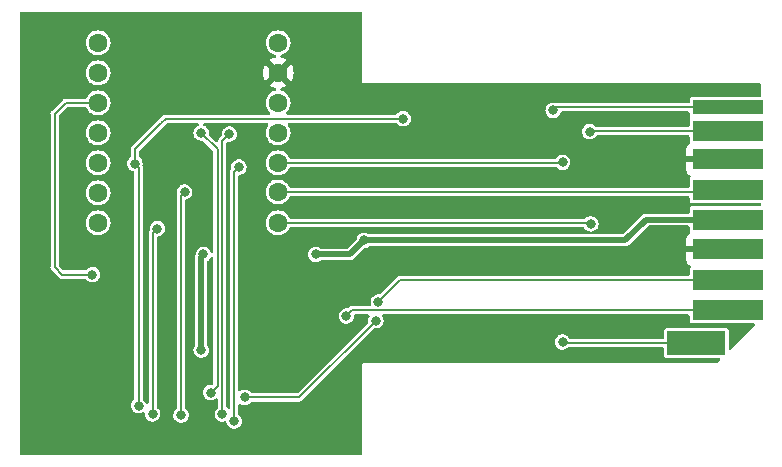
<source format=gbr>
%TF.GenerationSoftware,KiCad,Pcbnew,(6.0.7-1)-1*%
%TF.CreationDate,2022-09-20T15:59:29-07:00*%
%TF.ProjectId,sd_bt_qtpy,73645f62-745f-4717-9470-792e6b696361,rev?*%
%TF.SameCoordinates,Original*%
%TF.FileFunction,Copper,L2,Bot*%
%TF.FilePolarity,Positive*%
%FSLAX46Y46*%
G04 Gerber Fmt 4.6, Leading zero omitted, Abs format (unit mm)*
G04 Created by KiCad (PCBNEW (6.0.7-1)-1) date 2022-09-20 15:59:29*
%MOMM*%
%LPD*%
G01*
G04 APERTURE LIST*
%TA.AperFunction,ComponentPad*%
%ADD10C,1.600000*%
%TD*%
%TA.AperFunction,SMDPad,CuDef*%
%ADD11R,5.000000X2.000000*%
%TD*%
%TA.AperFunction,SMDPad,CuDef*%
%ADD12R,6.000000X1.250000*%
%TD*%
%TA.AperFunction,SMDPad,CuDef*%
%ADD13R,6.000000X1.750000*%
%TD*%
%TA.AperFunction,ViaPad*%
%ADD14C,0.800000*%
%TD*%
%TA.AperFunction,Conductor*%
%ADD15C,0.200000*%
%TD*%
%TA.AperFunction,Conductor*%
%ADD16C,0.500000*%
%TD*%
G04 APERTURE END LIST*
D10*
%TO.P,U2,1,D26*%
%TO.N,+3.3V*%
X154380000Y-66880000D03*
%TO.P,U2,2,D25*%
%TO.N,+3.3VP*%
X154380000Y-69420000D03*
%TO.P,U2,3,D27*%
%TO.N,/DAT3_HOST*%
X154380000Y-71960000D03*
%TO.P,U2,4,D15*%
%TO.N,/CMD*%
X154380000Y-74500000D03*
%TO.P,U2,5,SDA/D4*%
%TO.N,/DAT1*%
X154380000Y-77040000D03*
%TO.P,U2,6,SCL/D33*%
%TO.N,unconnected-(U2-Pad6)*%
X154380000Y-79580000D03*
%TO.P,U2,7,TX/D32*%
%TO.N,unconnected-(U2-Pad7)*%
X154380000Y-82120000D03*
%TO.P,U2,8,D7/RX*%
%TO.N,/DAT0*%
X169620000Y-82120000D03*
%TO.P,U2,9,D14/SCK*%
%TO.N,/CLK*%
X169620000Y-79500000D03*
%TO.P,U2,10,D12/MISO*%
%TO.N,/DAT2*%
X169620000Y-77040000D03*
%TO.P,U2,11,D13/MOSI*%
%TO.N,/DAT3*%
X169620000Y-74500000D03*
%TO.P,U2,12,3V3*%
%TO.N,+3.3VP*%
X169620000Y-71960000D03*
%TO.P,U2,13,GND*%
%TO.N,GND*%
X169620000Y-69420000D03*
%TO.P,U2,14,5V*%
%TO.N,unconnected-(U2-Pad14)*%
X169620000Y-66880000D03*
%TD*%
D11*
%TO.P,U1,9,DAT2/NC*%
%TO.N,/DAT2*%
X205030000Y-92300000D03*
D12*
%TO.P,U1,8,DAT1/IRQ*%
%TO.N,/DAT1*%
X207703000Y-72340000D03*
D13*
%TO.P,U1,7,DAT0/MISO*%
%TO.N,/DAT0*%
X207703000Y-74340000D03*
%TO.P,U1,6,VSS2*%
%TO.N,GND*%
X207703000Y-76740000D03*
%TO.P,U1,5,CLOCK*%
%TO.N,/CLK*%
X207703000Y-79305000D03*
%TO.P,U1,4,VDD*%
%TO.N,+3.3V*%
X207703000Y-81840000D03*
%TO.P,U1,3,VSS1*%
%TO.N,GND*%
X207703000Y-84370000D03*
%TO.P,U1,2,CMD/MOSI*%
%TO.N,/CMD*%
X207703000Y-86965000D03*
%TO.P,U1,1,DAT3/CS*%
%TO.N,/DAT3_HOST*%
X207703000Y-89514600D03*
%TD*%
D14*
%TO.N,+3.3V*%
X163100000Y-92900000D03*
X172800000Y-84800000D03*
X163300000Y-84800000D03*
X176900000Y-83600000D03*
%TO.N,/DAT3*%
X165500000Y-74600000D03*
X164900000Y-98300000D03*
%TO.N,/CLK*%
X161400000Y-98400000D03*
X161700000Y-79500000D03*
%TO.N,/CMD*%
X166800000Y-96900000D03*
X177900000Y-90400000D03*
X178100000Y-88815100D03*
X163900000Y-96500000D03*
X163100000Y-74500000D03*
%TO.N,/DAT0*%
X159400000Y-82600000D03*
X196000000Y-74400000D03*
X159000000Y-98300000D03*
X196100000Y-82200000D03*
%TO.N,/DAT1*%
X180200000Y-73300000D03*
X157500000Y-77100000D03*
X192900000Y-72600000D03*
X157800000Y-97600000D03*
%TO.N,/DAT2*%
X166300000Y-77400000D03*
X193700000Y-92200000D03*
X193700000Y-77000000D03*
X165900000Y-98900000D03*
%TO.N,/DAT3_HOST*%
X153900000Y-86500000D03*
X175400000Y-90000000D03*
%TD*%
D15*
%TO.N,/DAT0*%
X169620000Y-82120000D02*
X196020000Y-82120000D01*
X196020000Y-82120000D02*
X196100000Y-82200000D01*
%TO.N,/CLK*%
X169620000Y-79500000D02*
X207508000Y-79500000D01*
X207508000Y-79500000D02*
X207703000Y-79305000D01*
%TO.N,/DAT2*%
X169620000Y-77040000D02*
X193660000Y-77040000D01*
X193660000Y-77040000D02*
X193700000Y-77000000D01*
%TO.N,/DAT3_HOST*%
X154380000Y-71960000D02*
X151640000Y-71960000D01*
X151640000Y-71960000D02*
X150700000Y-72900000D01*
X150700000Y-85900000D02*
X151300000Y-86500000D01*
X150700000Y-72900000D02*
X150700000Y-85900000D01*
X151300000Y-86500000D02*
X153900000Y-86500000D01*
D16*
%TO.N,+3.3V*%
X199000000Y-83600000D02*
X200760000Y-81840000D01*
X200760000Y-81840000D02*
X207703000Y-81840000D01*
X175700000Y-84800000D02*
X176900000Y-83600000D01*
X163100000Y-92900000D02*
X163100000Y-85000000D01*
X163100000Y-85000000D02*
X163300000Y-84800000D01*
X176900000Y-83600000D02*
X199000000Y-83600000D01*
X172800000Y-84800000D02*
X175700000Y-84800000D01*
D15*
%TO.N,/DAT3*%
X164900000Y-75200000D02*
X165500000Y-74600000D01*
X164900000Y-98300000D02*
X164900000Y-75200000D01*
%TO.N,/CLK*%
X161400000Y-79800000D02*
X161700000Y-79500000D01*
X161400000Y-98400000D02*
X161400000Y-79800000D01*
%TO.N,/CMD*%
X179950100Y-86965000D02*
X178100000Y-88815100D01*
X177900000Y-90400000D02*
X171400000Y-96900000D01*
X207703000Y-86965000D02*
X179950100Y-86965000D01*
X164500000Y-92200000D02*
X164500000Y-75900000D01*
X164500000Y-75900000D02*
X163100000Y-74500000D01*
X163900000Y-96500000D02*
X164500000Y-95900000D01*
X164500000Y-95900000D02*
X164500000Y-92200000D01*
X171400000Y-96900000D02*
X166800000Y-96900000D01*
%TO.N,/DAT0*%
X196060000Y-74340000D02*
X207703000Y-74340000D01*
X159000000Y-98300000D02*
X159000000Y-83000000D01*
X196000000Y-74400000D02*
X196060000Y-74340000D01*
X159000000Y-83000000D02*
X159400000Y-82600000D01*
%TO.N,/DAT1*%
X157500000Y-77100000D02*
X157500000Y-75900000D01*
X160100000Y-73300000D02*
X180200000Y-73300000D01*
X192900000Y-72600000D02*
X193160000Y-72340000D01*
X157800000Y-97600000D02*
X157800000Y-77400000D01*
X157800000Y-77400000D02*
X157500000Y-77100000D01*
X159700000Y-73700000D02*
X160100000Y-73300000D01*
X157500000Y-75900000D02*
X159700000Y-73700000D01*
X193160000Y-72340000D02*
X207703000Y-72340000D01*
%TO.N,/DAT2*%
X165900000Y-77800000D02*
X166300000Y-77400000D01*
X193800000Y-92300000D02*
X205030000Y-92300000D01*
X193700000Y-92200000D02*
X193800000Y-92300000D01*
X165900000Y-98900000D02*
X165900000Y-77800000D01*
%TO.N,/DAT3_HOST*%
X175885400Y-89514600D02*
X175400000Y-90000000D01*
X207703000Y-89514600D02*
X175885400Y-89514600D01*
%TD*%
%TA.AperFunction,Conductor*%
%TO.N,GND*%
G36*
X176691621Y-64270502D02*
G01*
X176738114Y-64324158D01*
X176749500Y-64376500D01*
X176749500Y-70032915D01*
X176747079Y-70057496D01*
X176744592Y-70070000D01*
X176764034Y-70167740D01*
X176819399Y-70250601D01*
X176902260Y-70305966D01*
X176952533Y-70315966D01*
X177000000Y-70325408D01*
X177012171Y-70322987D01*
X177012172Y-70322987D01*
X177012504Y-70322921D01*
X177037085Y-70320500D01*
X210393680Y-70320500D01*
X210461801Y-70340502D01*
X210508294Y-70394158D01*
X210519680Y-70446438D01*
X210519687Y-70460018D01*
X210520055Y-71205815D01*
X210520120Y-71338438D01*
X210500152Y-71406568D01*
X210446519Y-71453088D01*
X210394120Y-71464500D01*
X204678326Y-71464500D01*
X204605260Y-71479034D01*
X204522399Y-71534399D01*
X204467034Y-71617260D01*
X204452500Y-71690326D01*
X204452500Y-71863500D01*
X204432498Y-71931621D01*
X204378842Y-71978114D01*
X204326500Y-71989500D01*
X193210826Y-71989500D01*
X193191727Y-71987467D01*
X193186923Y-71987240D01*
X193176740Y-71985048D01*
X193166397Y-71986272D01*
X193166394Y-71986272D01*
X193162624Y-71986718D01*
X193117119Y-71983796D01*
X193008424Y-71956494D01*
X192989498Y-71951740D01*
X192989496Y-71951740D01*
X192982128Y-71949889D01*
X192974530Y-71949849D01*
X192974528Y-71949849D01*
X192907319Y-71949497D01*
X192824684Y-71949065D01*
X192817305Y-71950837D01*
X192817301Y-71950837D01*
X192678967Y-71984048D01*
X192678963Y-71984049D01*
X192671588Y-71985820D01*
X192531679Y-72058032D01*
X192525957Y-72063024D01*
X192525955Y-72063025D01*
X192418759Y-72156538D01*
X192418756Y-72156541D01*
X192413034Y-72161533D01*
X192322501Y-72290348D01*
X192265309Y-72437039D01*
X192264318Y-72444568D01*
X192247392Y-72573134D01*
X192244758Y-72593138D01*
X192262035Y-72749633D01*
X192316143Y-72897490D01*
X192320380Y-72903796D01*
X192320382Y-72903799D01*
X192345629Y-72941370D01*
X192403958Y-73028172D01*
X192520410Y-73134135D01*
X192580369Y-73166690D01*
X192652099Y-73205637D01*
X192652101Y-73205638D01*
X192658776Y-73209262D01*
X192666125Y-73211190D01*
X192803719Y-73247287D01*
X192803721Y-73247287D01*
X192811069Y-73249215D01*
X192894380Y-73250524D01*
X192960898Y-73251569D01*
X192960901Y-73251569D01*
X192968495Y-73251688D01*
X193121968Y-73216538D01*
X193262625Y-73145795D01*
X193319321Y-73097372D01*
X193376574Y-73048474D01*
X193376576Y-73048471D01*
X193382348Y-73043542D01*
X193474224Y-72915683D01*
X193495965Y-72861602D01*
X193532950Y-72769598D01*
X193536196Y-72770903D01*
X193564710Y-72723646D01*
X193628432Y-72692339D01*
X193649882Y-72690500D01*
X204326500Y-72690500D01*
X204394621Y-72710502D01*
X204441114Y-72764158D01*
X204452500Y-72816500D01*
X204452500Y-72989674D01*
X204467034Y-73062740D01*
X204511324Y-73129025D01*
X204521997Y-73144999D01*
X204543211Y-73212752D01*
X204521997Y-73285000D01*
X204467034Y-73367260D01*
X204452500Y-73440326D01*
X204452500Y-73863500D01*
X204432498Y-73931621D01*
X204378842Y-73978114D01*
X204326500Y-73989500D01*
X196565158Y-73989500D01*
X196497037Y-73969498D01*
X196481339Y-73957576D01*
X196379648Y-73866972D01*
X196379645Y-73866970D01*
X196373976Y-73861919D01*
X196351256Y-73849889D01*
X196241543Y-73791799D01*
X196241544Y-73791799D01*
X196234831Y-73788245D01*
X196126264Y-73760975D01*
X196089498Y-73751740D01*
X196089496Y-73751740D01*
X196082128Y-73749889D01*
X196074530Y-73749849D01*
X196074528Y-73749849D01*
X196007319Y-73749497D01*
X195924684Y-73749065D01*
X195917305Y-73750837D01*
X195917301Y-73750837D01*
X195778967Y-73784048D01*
X195778963Y-73784049D01*
X195771588Y-73785820D01*
X195631679Y-73858032D01*
X195625957Y-73863024D01*
X195625955Y-73863025D01*
X195518759Y-73956538D01*
X195518756Y-73956541D01*
X195513034Y-73961533D01*
X195491763Y-73991799D01*
X195430642Y-74078765D01*
X195422501Y-74090348D01*
X195365309Y-74237039D01*
X195364318Y-74244568D01*
X195352144Y-74337039D01*
X195344758Y-74393138D01*
X195362035Y-74549633D01*
X195416143Y-74697490D01*
X195420380Y-74703796D01*
X195420382Y-74703799D01*
X195444517Y-74739715D01*
X195503958Y-74828172D01*
X195526270Y-74848474D01*
X195606927Y-74921866D01*
X195620410Y-74934135D01*
X195627085Y-74937759D01*
X195752099Y-75005637D01*
X195752101Y-75005638D01*
X195758776Y-75009262D01*
X195766125Y-75011190D01*
X195903719Y-75047287D01*
X195903721Y-75047287D01*
X195911069Y-75049215D01*
X195994380Y-75050524D01*
X196060898Y-75051569D01*
X196060901Y-75051569D01*
X196068495Y-75051688D01*
X196221968Y-75016538D01*
X196362625Y-74945795D01*
X196429608Y-74888586D01*
X196476574Y-74848474D01*
X196476576Y-74848471D01*
X196482348Y-74843542D01*
X196554614Y-74742973D01*
X196610608Y-74699326D01*
X196656936Y-74690500D01*
X204326500Y-74690500D01*
X204394621Y-74710502D01*
X204441114Y-74764158D01*
X204452500Y-74816500D01*
X204452500Y-75239674D01*
X204454718Y-75250823D01*
X204467034Y-75312740D01*
X204463600Y-75313423D01*
X204468973Y-75363338D01*
X204437202Y-75426830D01*
X204420537Y-75441809D01*
X204347276Y-75496715D01*
X204334715Y-75509276D01*
X204258214Y-75611351D01*
X204249676Y-75626946D01*
X204204522Y-75747394D01*
X204200895Y-75762649D01*
X204195369Y-75813514D01*
X204195000Y-75820328D01*
X204195000Y-76467885D01*
X204199475Y-76483124D01*
X204200865Y-76484329D01*
X204208548Y-76486000D01*
X207831000Y-76486000D01*
X207899121Y-76506002D01*
X207945614Y-76559658D01*
X207957000Y-76612000D01*
X207957000Y-76868000D01*
X207936998Y-76936121D01*
X207883342Y-76982614D01*
X207831000Y-76994000D01*
X204213116Y-76994000D01*
X204197877Y-76998475D01*
X204196672Y-76999865D01*
X204195001Y-77007548D01*
X204195001Y-77659669D01*
X204195371Y-77666490D01*
X204200895Y-77717352D01*
X204204521Y-77732604D01*
X204249676Y-77853054D01*
X204258214Y-77868649D01*
X204334715Y-77970724D01*
X204347276Y-77983285D01*
X204449351Y-78059786D01*
X204472818Y-78072634D01*
X204471298Y-78075411D01*
X204515557Y-78108663D01*
X204540253Y-78175226D01*
X204525042Y-78244574D01*
X204519325Y-78253999D01*
X204467034Y-78332260D01*
X204452500Y-78405326D01*
X204452500Y-79023500D01*
X204432498Y-79091621D01*
X204378842Y-79138114D01*
X204326500Y-79149500D01*
X170699160Y-79149500D01*
X170631039Y-79129498D01*
X170587908Y-79082653D01*
X170582732Y-79072917D01*
X170499218Y-78915849D01*
X170422636Y-78821950D01*
X170372906Y-78760975D01*
X170372903Y-78760972D01*
X170369011Y-78756200D01*
X170311728Y-78708811D01*
X170215025Y-78628811D01*
X170215021Y-78628809D01*
X170210275Y-78624882D01*
X170029055Y-78526897D01*
X169832254Y-78465977D01*
X169826129Y-78465333D01*
X169826128Y-78465333D01*
X169633498Y-78445087D01*
X169633496Y-78445087D01*
X169627369Y-78444443D01*
X169540529Y-78452346D01*
X169428342Y-78462555D01*
X169428339Y-78462556D01*
X169422203Y-78463114D01*
X169224572Y-78521280D01*
X169219107Y-78524137D01*
X169217313Y-78525075D01*
X169042002Y-78616726D01*
X169037201Y-78620586D01*
X169037198Y-78620588D01*
X168927471Y-78708811D01*
X168881447Y-78745815D01*
X168749024Y-78903630D01*
X168746056Y-78909028D01*
X168746053Y-78909033D01*
X168702073Y-78989033D01*
X168649776Y-79084162D01*
X168587484Y-79280532D01*
X168586798Y-79286649D01*
X168586797Y-79286653D01*
X168577824Y-79366653D01*
X168564520Y-79485262D01*
X168565036Y-79491406D01*
X168580592Y-79676652D01*
X168581759Y-79690553D01*
X168583458Y-79696478D01*
X168633359Y-79870502D01*
X168638544Y-79888586D01*
X168641359Y-79894063D01*
X168641360Y-79894066D01*
X168683725Y-79976500D01*
X168732712Y-80071818D01*
X168860677Y-80233270D01*
X168865370Y-80237264D01*
X168865371Y-80237265D01*
X168998171Y-80350286D01*
X169017564Y-80366791D01*
X169197398Y-80467297D01*
X169292238Y-80498113D01*
X169387471Y-80529056D01*
X169387475Y-80529057D01*
X169393329Y-80530959D01*
X169597894Y-80555351D01*
X169604029Y-80554879D01*
X169604031Y-80554879D01*
X169660039Y-80550569D01*
X169803300Y-80539546D01*
X169809230Y-80537890D01*
X169809232Y-80537890D01*
X169995797Y-80485800D01*
X169995796Y-80485800D01*
X170001725Y-80484145D01*
X170007214Y-80481372D01*
X170007220Y-80481370D01*
X170180116Y-80394033D01*
X170185610Y-80391258D01*
X170224850Y-80360601D01*
X170343101Y-80268213D01*
X170347951Y-80264424D01*
X170399526Y-80204674D01*
X170478540Y-80113134D01*
X170478540Y-80113133D01*
X170482564Y-80108472D01*
X170503387Y-80071818D01*
X170581277Y-79934706D01*
X170584323Y-79929344D01*
X170585811Y-79924870D01*
X170631463Y-79871157D01*
X170700593Y-79850500D01*
X204326500Y-79850500D01*
X204394621Y-79870502D01*
X204441114Y-79924158D01*
X204452500Y-79976500D01*
X204452500Y-80204674D01*
X204467034Y-80277740D01*
X204522399Y-80360601D01*
X204605260Y-80415966D01*
X204678326Y-80430500D01*
X210398658Y-80430500D01*
X210466779Y-80450502D01*
X210513272Y-80504158D01*
X210524658Y-80556437D01*
X210524674Y-80588437D01*
X210504706Y-80656568D01*
X210451074Y-80703087D01*
X210398674Y-80714500D01*
X204678326Y-80714500D01*
X204605260Y-80729034D01*
X204522399Y-80784399D01*
X204467034Y-80867260D01*
X204452500Y-80940326D01*
X204452500Y-81213500D01*
X204432498Y-81281621D01*
X204378842Y-81328114D01*
X204326500Y-81339500D01*
X200830181Y-81339500D01*
X200818296Y-81338172D01*
X200818255Y-81338682D01*
X200809309Y-81337962D01*
X200800553Y-81335981D01*
X200765240Y-81338172D01*
X200747736Y-81339258D01*
X200739933Y-81339500D01*
X200724060Y-81339500D01*
X200713948Y-81340948D01*
X200703894Y-81341978D01*
X200675903Y-81343715D01*
X200657462Y-81344859D01*
X200649018Y-81347907D01*
X200645306Y-81348676D01*
X200630601Y-81352343D01*
X200626973Y-81353404D01*
X200618082Y-81354677D01*
X200575718Y-81373939D01*
X200566363Y-81377746D01*
X200531057Y-81390491D01*
X200531053Y-81390493D01*
X200522613Y-81393540D01*
X200515365Y-81398835D01*
X200512025Y-81400611D01*
X200498911Y-81408274D01*
X200495739Y-81410303D01*
X200487572Y-81414016D01*
X200480777Y-81419871D01*
X200480774Y-81419873D01*
X200452325Y-81444387D01*
X200444405Y-81450675D01*
X200433664Y-81458522D01*
X200422921Y-81469265D01*
X200416075Y-81475623D01*
X200378963Y-81507600D01*
X200374080Y-81515134D01*
X200368181Y-81521896D01*
X200368176Y-81521892D01*
X200359200Y-81532986D01*
X198829591Y-83062595D01*
X198767279Y-83096621D01*
X198740496Y-83099500D01*
X196201026Y-83099500D01*
X196132905Y-83079498D01*
X196098097Y-83039328D01*
X196079832Y-83068171D01*
X196015450Y-83098095D01*
X195996685Y-83099500D01*
X177364144Y-83099500D01*
X177296023Y-83079498D01*
X177280331Y-83067581D01*
X177273976Y-83061919D01*
X177251866Y-83050212D01*
X177178295Y-83011258D01*
X177134831Y-82988245D01*
X177118122Y-82984048D01*
X176989498Y-82951740D01*
X176989496Y-82951740D01*
X176982128Y-82949889D01*
X176974530Y-82949849D01*
X176974528Y-82949849D01*
X176907319Y-82949497D01*
X176824684Y-82949065D01*
X176817305Y-82950837D01*
X176817301Y-82950837D01*
X176678967Y-82984048D01*
X176678963Y-82984049D01*
X176671588Y-82985820D01*
X176616926Y-83014033D01*
X176567918Y-83039328D01*
X176531679Y-83058032D01*
X176525957Y-83063024D01*
X176525955Y-83063025D01*
X176418759Y-83156538D01*
X176418756Y-83156541D01*
X176413034Y-83161533D01*
X176322501Y-83290348D01*
X176265309Y-83437039D01*
X176264318Y-83444564D01*
X176264317Y-83444569D01*
X176257271Y-83498093D01*
X176228549Y-83563020D01*
X176221444Y-83570742D01*
X175529591Y-84262595D01*
X175467279Y-84296621D01*
X175440496Y-84299500D01*
X173264144Y-84299500D01*
X173196023Y-84279498D01*
X173180331Y-84267581D01*
X173173976Y-84261919D01*
X173154293Y-84251497D01*
X173041543Y-84191799D01*
X173041544Y-84191799D01*
X173034831Y-84188245D01*
X173018122Y-84184048D01*
X172889498Y-84151740D01*
X172889496Y-84151740D01*
X172882128Y-84149889D01*
X172874530Y-84149849D01*
X172874528Y-84149849D01*
X172807319Y-84149497D01*
X172724684Y-84149065D01*
X172717305Y-84150837D01*
X172717301Y-84150837D01*
X172578967Y-84184048D01*
X172578963Y-84184049D01*
X172571588Y-84185820D01*
X172564843Y-84189301D01*
X172564844Y-84189301D01*
X172462741Y-84242000D01*
X172431679Y-84258032D01*
X172425957Y-84263024D01*
X172425955Y-84263025D01*
X172318759Y-84356538D01*
X172318756Y-84356541D01*
X172313034Y-84361533D01*
X172222501Y-84490348D01*
X172165309Y-84637039D01*
X172144758Y-84793138D01*
X172162035Y-84949633D01*
X172216143Y-85097490D01*
X172220380Y-85103796D01*
X172220382Y-85103799D01*
X172243539Y-85138259D01*
X172303958Y-85228172D01*
X172324056Y-85246460D01*
X172384345Y-85301318D01*
X172420410Y-85334135D01*
X172427085Y-85337759D01*
X172552099Y-85405637D01*
X172552101Y-85405638D01*
X172558776Y-85409262D01*
X172566125Y-85411190D01*
X172703719Y-85447287D01*
X172703721Y-85447287D01*
X172711069Y-85449215D01*
X172794380Y-85450524D01*
X172860898Y-85451569D01*
X172860901Y-85451569D01*
X172868495Y-85451688D01*
X173021968Y-85416538D01*
X173162625Y-85345795D01*
X173180312Y-85330689D01*
X173245102Y-85301658D01*
X173262142Y-85300500D01*
X175629819Y-85300500D01*
X175641704Y-85301828D01*
X175641745Y-85301318D01*
X175650691Y-85302038D01*
X175659447Y-85304019D01*
X175712263Y-85300742D01*
X175720067Y-85300500D01*
X175735940Y-85300500D01*
X175746052Y-85299052D01*
X175756106Y-85298022D01*
X175784097Y-85296285D01*
X175802538Y-85295141D01*
X175810982Y-85292093D01*
X175814694Y-85291324D01*
X175829399Y-85287657D01*
X175833027Y-85286596D01*
X175841918Y-85285323D01*
X175884282Y-85266061D01*
X175893637Y-85262254D01*
X175928943Y-85249509D01*
X175928947Y-85249507D01*
X175937387Y-85246460D01*
X175944635Y-85241165D01*
X175947975Y-85239389D01*
X175961089Y-85231726D01*
X175964261Y-85229697D01*
X175972428Y-85225984D01*
X175979223Y-85220129D01*
X175979226Y-85220127D01*
X176007675Y-85195613D01*
X176015596Y-85189324D01*
X176022402Y-85184352D01*
X176026336Y-85181478D01*
X176037079Y-85170735D01*
X176043926Y-85164377D01*
X176074237Y-85138259D01*
X176081037Y-85132400D01*
X176085920Y-85124866D01*
X176091819Y-85118104D01*
X176091824Y-85118108D01*
X176100800Y-85107014D01*
X176926819Y-84280995D01*
X176987785Y-84247270D01*
X177114563Y-84218234D01*
X177121968Y-84216538D01*
X177262625Y-84145795D01*
X177280312Y-84130689D01*
X177345102Y-84101658D01*
X177362142Y-84100500D01*
X198929819Y-84100500D01*
X198941704Y-84101828D01*
X198941745Y-84101318D01*
X198950691Y-84102038D01*
X198959447Y-84104019D01*
X199012263Y-84100742D01*
X199020067Y-84100500D01*
X199035940Y-84100500D01*
X199046052Y-84099052D01*
X199056106Y-84098022D01*
X199084097Y-84096285D01*
X199102538Y-84095141D01*
X199110982Y-84092093D01*
X199114694Y-84091324D01*
X199129399Y-84087657D01*
X199133027Y-84086596D01*
X199141918Y-84085323D01*
X199184282Y-84066061D01*
X199193637Y-84062254D01*
X199228943Y-84049509D01*
X199228947Y-84049507D01*
X199237387Y-84046460D01*
X199244635Y-84041165D01*
X199247975Y-84039389D01*
X199261089Y-84031726D01*
X199264261Y-84029697D01*
X199272428Y-84025984D01*
X199279223Y-84020129D01*
X199279226Y-84020127D01*
X199307675Y-83995613D01*
X199315596Y-83989324D01*
X199322402Y-83984352D01*
X199326336Y-83981478D01*
X199337079Y-83970735D01*
X199343926Y-83964377D01*
X199374237Y-83938259D01*
X199381037Y-83932400D01*
X199385920Y-83924866D01*
X199391819Y-83918104D01*
X199391824Y-83918108D01*
X199400800Y-83907014D01*
X200162019Y-83145795D01*
X200930408Y-82377405D01*
X200992720Y-82343380D01*
X201019503Y-82340500D01*
X204326500Y-82340500D01*
X204394621Y-82360502D01*
X204441114Y-82414158D01*
X204452500Y-82466500D01*
X204452500Y-82739674D01*
X204467034Y-82812740D01*
X204473928Y-82823057D01*
X204473928Y-82823058D01*
X204502013Y-82865091D01*
X204523227Y-82932844D01*
X204504443Y-83001311D01*
X204457756Y-83045612D01*
X204449354Y-83050212D01*
X204347276Y-83126715D01*
X204334715Y-83139276D01*
X204258214Y-83241351D01*
X204249676Y-83256946D01*
X204204522Y-83377394D01*
X204200895Y-83392649D01*
X204195369Y-83443514D01*
X204195000Y-83450328D01*
X204195000Y-84097885D01*
X204199475Y-84113124D01*
X204200865Y-84114329D01*
X204208548Y-84116000D01*
X207831000Y-84116000D01*
X207899121Y-84136002D01*
X207945614Y-84189658D01*
X207957000Y-84242000D01*
X207957000Y-84498000D01*
X207936998Y-84566121D01*
X207883342Y-84612614D01*
X207831000Y-84624000D01*
X204213116Y-84624000D01*
X204197877Y-84628475D01*
X204196672Y-84629865D01*
X204195001Y-84637548D01*
X204195001Y-85289669D01*
X204195371Y-85296490D01*
X204200895Y-85347352D01*
X204204521Y-85362604D01*
X204249676Y-85483054D01*
X204258214Y-85498649D01*
X204334715Y-85600724D01*
X204347276Y-85613285D01*
X204449351Y-85689786D01*
X204464950Y-85698326D01*
X204479500Y-85703781D01*
X204536264Y-85746423D01*
X204560963Y-85812985D01*
X204545755Y-85882333D01*
X204528529Y-85905303D01*
X204522399Y-85909399D01*
X204467034Y-85992260D01*
X204452500Y-86065326D01*
X204452500Y-86488500D01*
X204432498Y-86556621D01*
X204378842Y-86603114D01*
X204326500Y-86614500D01*
X180000926Y-86614500D01*
X179981827Y-86612467D01*
X179977023Y-86612240D01*
X179966840Y-86610048D01*
X179956498Y-86611272D01*
X179936601Y-86613627D01*
X179931353Y-86613936D01*
X179931364Y-86614072D01*
X179926185Y-86614500D01*
X179920985Y-86614500D01*
X179915859Y-86615353D01*
X179915850Y-86615354D01*
X179903637Y-86617387D01*
X179897761Y-86618224D01*
X179861303Y-86622539D01*
X179861302Y-86622539D01*
X179850962Y-86623763D01*
X179843339Y-86627424D01*
X179834997Y-86628812D01*
X179793516Y-86651194D01*
X179788269Y-86653867D01*
X179745774Y-86674273D01*
X179741826Y-86677592D01*
X179739897Y-86679521D01*
X179738296Y-86680990D01*
X179737819Y-86681247D01*
X179737798Y-86681224D01*
X179737697Y-86681313D01*
X179732306Y-86684222D01*
X179725236Y-86691870D01*
X179725235Y-86691871D01*
X179698645Y-86720636D01*
X179695216Y-86724202D01*
X178289151Y-88130267D01*
X178226839Y-88164293D01*
X178186476Y-88166081D01*
X178182128Y-88164989D01*
X178174533Y-88164949D01*
X178174531Y-88164949D01*
X178104921Y-88164585D01*
X178024684Y-88164165D01*
X178017305Y-88165937D01*
X178017301Y-88165937D01*
X177878967Y-88199148D01*
X177878963Y-88199149D01*
X177871588Y-88200920D01*
X177731679Y-88273132D01*
X177725957Y-88278124D01*
X177725955Y-88278125D01*
X177618759Y-88371638D01*
X177618756Y-88371641D01*
X177613034Y-88376633D01*
X177522501Y-88505448D01*
X177465309Y-88652139D01*
X177464318Y-88659668D01*
X177454584Y-88733606D01*
X177444758Y-88808238D01*
X177462035Y-88964733D01*
X177464644Y-88971864D01*
X177464645Y-88971866D01*
X177473037Y-88994797D01*
X177477665Y-89065643D01*
X177443255Y-89127744D01*
X177380734Y-89161384D01*
X177354712Y-89164100D01*
X175936224Y-89164100D01*
X175917125Y-89162067D01*
X175912317Y-89161840D01*
X175902139Y-89159649D01*
X175871909Y-89163227D01*
X175866654Y-89163537D01*
X175866665Y-89163672D01*
X175861487Y-89164100D01*
X175856285Y-89164100D01*
X175838915Y-89166991D01*
X175833045Y-89167827D01*
X175786261Y-89173364D01*
X175778641Y-89177023D01*
X175770297Y-89178412D01*
X175761132Y-89183357D01*
X175761130Y-89183358D01*
X175728841Y-89200781D01*
X175723562Y-89203472D01*
X175681074Y-89223874D01*
X175677126Y-89227192D01*
X175675187Y-89229131D01*
X175673596Y-89230590D01*
X175673106Y-89230854D01*
X175673087Y-89230834D01*
X175672998Y-89230913D01*
X175667606Y-89233822D01*
X175660536Y-89241470D01*
X175660535Y-89241471D01*
X175633945Y-89270236D01*
X175630516Y-89273802D01*
X175589151Y-89315167D01*
X175526839Y-89349193D01*
X175486476Y-89350981D01*
X175482128Y-89349889D01*
X175474533Y-89349849D01*
X175474531Y-89349849D01*
X175404921Y-89349485D01*
X175324684Y-89349065D01*
X175317305Y-89350837D01*
X175317301Y-89350837D01*
X175178967Y-89384048D01*
X175178963Y-89384049D01*
X175171588Y-89385820D01*
X175031679Y-89458032D01*
X175025957Y-89463024D01*
X175025955Y-89463025D01*
X174918759Y-89556538D01*
X174918756Y-89556541D01*
X174913034Y-89561533D01*
X174822501Y-89690348D01*
X174765309Y-89837039D01*
X174764318Y-89844568D01*
X174753214Y-89928912D01*
X174744758Y-89993138D01*
X174762035Y-90149633D01*
X174816143Y-90297490D01*
X174820380Y-90303796D01*
X174820382Y-90303799D01*
X174860709Y-90363811D01*
X174903958Y-90428172D01*
X175020410Y-90534135D01*
X175027085Y-90537759D01*
X175152099Y-90605637D01*
X175152101Y-90605638D01*
X175158776Y-90609262D01*
X175166125Y-90611190D01*
X175303719Y-90647287D01*
X175303721Y-90647287D01*
X175311069Y-90649215D01*
X175394380Y-90650524D01*
X175460898Y-90651569D01*
X175460901Y-90651569D01*
X175468495Y-90651688D01*
X175621968Y-90616538D01*
X175762625Y-90545795D01*
X175845318Y-90475169D01*
X175876574Y-90448474D01*
X175876576Y-90448471D01*
X175882348Y-90443542D01*
X175974224Y-90315683D01*
X176032950Y-90169598D01*
X176055134Y-90013723D01*
X176055278Y-90000000D01*
X176054992Y-89997634D01*
X176071124Y-89928912D01*
X176122142Y-89879538D01*
X176180708Y-89865100D01*
X177238247Y-89865100D01*
X177306368Y-89885102D01*
X177352861Y-89938758D01*
X177362965Y-90009032D01*
X177341334Y-90063550D01*
X177326873Y-90084127D01*
X177322501Y-90090348D01*
X177265309Y-90237039D01*
X177244758Y-90393138D01*
X177250867Y-90448474D01*
X177254665Y-90482876D01*
X177242259Y-90552780D01*
X177218521Y-90585797D01*
X171291723Y-96512595D01*
X171229411Y-96546621D01*
X171202628Y-96549500D01*
X167414760Y-96549500D01*
X167346639Y-96529498D01*
X167310920Y-96494867D01*
X167295836Y-96472920D01*
X167295834Y-96472917D01*
X167291531Y-96466657D01*
X167183218Y-96370153D01*
X167179648Y-96366972D01*
X167179645Y-96366970D01*
X167173976Y-96361919D01*
X167034831Y-96288245D01*
X167027466Y-96286395D01*
X166889498Y-96251740D01*
X166889496Y-96251740D01*
X166882128Y-96249889D01*
X166874530Y-96249849D01*
X166874528Y-96249849D01*
X166807319Y-96249497D01*
X166724684Y-96249065D01*
X166717305Y-96250837D01*
X166717301Y-96250837D01*
X166578967Y-96284048D01*
X166578963Y-96284049D01*
X166571588Y-96285820D01*
X166564846Y-96289300D01*
X166564840Y-96289302D01*
X166434289Y-96356684D01*
X166364582Y-96370153D01*
X166298659Y-96343797D01*
X166257449Y-96285985D01*
X166250500Y-96244718D01*
X166250500Y-82105262D01*
X168564520Y-82105262D01*
X168565036Y-82111406D01*
X168580572Y-82296412D01*
X168581759Y-82310553D01*
X168583458Y-82316478D01*
X168633359Y-82490502D01*
X168638544Y-82508586D01*
X168641359Y-82514063D01*
X168641360Y-82514066D01*
X168710436Y-82648474D01*
X168732712Y-82691818D01*
X168860677Y-82853270D01*
X168865370Y-82857264D01*
X168865371Y-82857265D01*
X168987012Y-82960789D01*
X169017564Y-82986791D01*
X169022942Y-82989797D01*
X169022944Y-82989798D01*
X169061342Y-83011258D01*
X169197398Y-83087297D01*
X169292238Y-83118113D01*
X169387471Y-83149056D01*
X169387475Y-83149057D01*
X169393329Y-83150959D01*
X169597894Y-83175351D01*
X169604029Y-83174879D01*
X169604031Y-83174879D01*
X169660039Y-83170569D01*
X169803300Y-83159546D01*
X169809230Y-83157890D01*
X169809232Y-83157890D01*
X169995797Y-83105800D01*
X169995796Y-83105800D01*
X170001725Y-83104145D01*
X170007214Y-83101372D01*
X170007220Y-83101370D01*
X170180116Y-83014033D01*
X170185610Y-83011258D01*
X170215066Y-82988245D01*
X170339549Y-82890988D01*
X170347951Y-82884424D01*
X170374519Y-82853645D01*
X170478540Y-82733134D01*
X170478540Y-82733133D01*
X170482564Y-82728472D01*
X170503387Y-82691818D01*
X170581277Y-82554706D01*
X170584323Y-82549344D01*
X170585811Y-82544870D01*
X170631463Y-82491157D01*
X170700593Y-82470500D01*
X195430871Y-82470500D01*
X195498992Y-82490502D01*
X195535449Y-82526220D01*
X195603958Y-82628172D01*
X195720410Y-82734135D01*
X195741885Y-82745795D01*
X195852099Y-82805637D01*
X195852101Y-82805638D01*
X195858776Y-82809262D01*
X195866125Y-82811190D01*
X196003719Y-82847287D01*
X196003721Y-82847287D01*
X196011069Y-82849215D01*
X196015151Y-82849279D01*
X196078559Y-82877726D01*
X196098144Y-82907757D01*
X196105802Y-82890988D01*
X196165528Y-82852604D01*
X196172897Y-82850680D01*
X196314563Y-82818234D01*
X196321968Y-82816538D01*
X196462625Y-82745795D01*
X196533861Y-82684954D01*
X196576574Y-82648474D01*
X196576576Y-82648471D01*
X196582348Y-82643542D01*
X196674224Y-82515683D01*
X196679459Y-82502662D01*
X196692388Y-82470500D01*
X196732950Y-82369598D01*
X196755134Y-82213723D01*
X196755278Y-82200000D01*
X196736363Y-82043694D01*
X196701617Y-81951740D01*
X196683394Y-81903514D01*
X196683393Y-81903511D01*
X196680710Y-81896412D01*
X196591531Y-81766657D01*
X196536638Y-81717749D01*
X196479648Y-81666972D01*
X196479645Y-81666970D01*
X196473976Y-81661919D01*
X196334831Y-81588245D01*
X196318122Y-81584048D01*
X196189498Y-81551740D01*
X196189496Y-81551740D01*
X196182128Y-81549889D01*
X196174530Y-81549849D01*
X196174528Y-81549849D01*
X196107319Y-81549497D01*
X196024684Y-81549065D01*
X196017305Y-81550837D01*
X196017301Y-81550837D01*
X195878967Y-81584048D01*
X195878963Y-81584049D01*
X195871588Y-81585820D01*
X195731679Y-81658032D01*
X195639494Y-81738450D01*
X195575015Y-81768157D01*
X195556667Y-81769500D01*
X170699160Y-81769500D01*
X170631039Y-81749498D01*
X170587908Y-81702653D01*
X170568937Y-81666972D01*
X170499218Y-81535849D01*
X170395170Y-81408274D01*
X170372906Y-81380975D01*
X170372903Y-81380972D01*
X170369011Y-81376200D01*
X170347485Y-81358392D01*
X170215025Y-81248811D01*
X170215021Y-81248809D01*
X170210275Y-81244882D01*
X170029055Y-81146897D01*
X169832254Y-81085977D01*
X169826129Y-81085333D01*
X169826128Y-81085333D01*
X169633498Y-81065087D01*
X169633496Y-81065087D01*
X169627369Y-81064443D01*
X169540529Y-81072346D01*
X169428342Y-81082555D01*
X169428339Y-81082556D01*
X169422203Y-81083114D01*
X169224572Y-81141280D01*
X169042002Y-81236726D01*
X169037201Y-81240586D01*
X169037198Y-81240588D01*
X168907511Y-81344859D01*
X168881447Y-81365815D01*
X168749024Y-81523630D01*
X168746056Y-81529028D01*
X168746053Y-81529033D01*
X168672999Y-81661919D01*
X168649776Y-81704162D01*
X168587484Y-81900532D01*
X168586798Y-81906649D01*
X168586797Y-81906653D01*
X168571426Y-82043694D01*
X168564520Y-82105262D01*
X166250500Y-82105262D01*
X166250500Y-78176623D01*
X166270502Y-78108502D01*
X166324158Y-78062009D01*
X166362313Y-78051591D01*
X166368495Y-78051688D01*
X166521968Y-78016538D01*
X166662625Y-77945795D01*
X166712968Y-77902798D01*
X166776574Y-77848474D01*
X166776576Y-77848471D01*
X166782348Y-77843542D01*
X166874224Y-77715683D01*
X166878263Y-77705637D01*
X166902222Y-77646036D01*
X166932950Y-77569598D01*
X166939953Y-77520393D01*
X166954553Y-77417807D01*
X166954553Y-77417804D01*
X166955134Y-77413723D01*
X166955278Y-77400000D01*
X166953646Y-77386509D01*
X166945821Y-77321849D01*
X166936363Y-77243694D01*
X166888794Y-77117805D01*
X166883394Y-77103514D01*
X166883393Y-77103511D01*
X166880710Y-77096412D01*
X166831809Y-77025262D01*
X168564520Y-77025262D01*
X168581759Y-77230553D01*
X168583458Y-77236478D01*
X168633359Y-77410502D01*
X168638544Y-77428586D01*
X168641359Y-77434063D01*
X168641360Y-77434066D01*
X168711014Y-77569598D01*
X168732712Y-77611818D01*
X168860677Y-77773270D01*
X168865370Y-77777264D01*
X168865371Y-77777265D01*
X168949042Y-77848474D01*
X169017564Y-77906791D01*
X169197398Y-78007297D01*
X169292238Y-78038113D01*
X169387471Y-78069056D01*
X169387475Y-78069057D01*
X169393329Y-78070959D01*
X169597894Y-78095351D01*
X169604029Y-78094879D01*
X169604031Y-78094879D01*
X169660039Y-78090569D01*
X169803300Y-78079546D01*
X169809230Y-78077890D01*
X169809232Y-78077890D01*
X169995797Y-78025800D01*
X169995796Y-78025800D01*
X170001725Y-78024145D01*
X170007214Y-78021372D01*
X170007220Y-78021370D01*
X170150075Y-77949208D01*
X170185610Y-77931258D01*
X170347951Y-77804424D01*
X170385616Y-77760789D01*
X170478540Y-77653134D01*
X170478540Y-77653133D01*
X170482564Y-77648472D01*
X170486306Y-77641886D01*
X170581277Y-77474706D01*
X170584323Y-77469344D01*
X170585811Y-77464870D01*
X170631463Y-77411157D01*
X170700593Y-77390500D01*
X193114958Y-77390500D01*
X193183079Y-77410502D01*
X193203726Y-77428427D01*
X193203958Y-77428172D01*
X193306927Y-77521866D01*
X193320410Y-77534135D01*
X193327085Y-77537759D01*
X193452099Y-77605637D01*
X193452101Y-77605638D01*
X193458776Y-77609262D01*
X193466125Y-77611190D01*
X193603719Y-77647287D01*
X193603721Y-77647287D01*
X193611069Y-77649215D01*
X193694380Y-77650524D01*
X193760898Y-77651569D01*
X193760901Y-77651569D01*
X193768495Y-77651688D01*
X193921968Y-77616538D01*
X194062625Y-77545795D01*
X194133861Y-77484954D01*
X194176574Y-77448474D01*
X194176576Y-77448471D01*
X194182348Y-77443542D01*
X194274224Y-77315683D01*
X194280183Y-77300861D01*
X194330114Y-77176652D01*
X194332950Y-77169598D01*
X194351893Y-77036494D01*
X194354553Y-77017807D01*
X194354553Y-77017804D01*
X194355134Y-77013723D01*
X194355278Y-77000000D01*
X194336363Y-76843694D01*
X194301617Y-76751740D01*
X194283394Y-76703514D01*
X194283393Y-76703511D01*
X194280710Y-76696412D01*
X194191531Y-76566657D01*
X194100103Y-76485197D01*
X194079648Y-76466972D01*
X194079645Y-76466970D01*
X194073976Y-76461919D01*
X193934831Y-76388245D01*
X193918122Y-76384048D01*
X193789498Y-76351740D01*
X193789496Y-76351740D01*
X193782128Y-76349889D01*
X193774530Y-76349849D01*
X193774528Y-76349849D01*
X193707319Y-76349497D01*
X193624684Y-76349065D01*
X193617305Y-76350837D01*
X193617301Y-76350837D01*
X193478967Y-76384048D01*
X193478963Y-76384049D01*
X193471588Y-76385820D01*
X193464843Y-76389301D01*
X193464844Y-76389301D01*
X193359583Y-76443630D01*
X193331679Y-76458032D01*
X193325957Y-76463024D01*
X193325955Y-76463025D01*
X193218759Y-76556538D01*
X193218756Y-76556541D01*
X193213034Y-76561533D01*
X193164890Y-76630035D01*
X193160732Y-76635951D01*
X193105197Y-76680182D01*
X193057645Y-76689500D01*
X170699160Y-76689500D01*
X170631039Y-76669498D01*
X170587908Y-76622653D01*
X170561464Y-76572917D01*
X170499218Y-76455849D01*
X170425859Y-76365902D01*
X170372906Y-76300975D01*
X170372903Y-76300972D01*
X170369011Y-76296200D01*
X170351786Y-76281950D01*
X170215025Y-76168811D01*
X170215021Y-76168809D01*
X170210275Y-76164882D01*
X170029055Y-76066897D01*
X169832254Y-76005977D01*
X169826129Y-76005333D01*
X169826128Y-76005333D01*
X169633498Y-75985087D01*
X169633496Y-75985087D01*
X169627369Y-75984443D01*
X169540529Y-75992346D01*
X169428342Y-76002555D01*
X169428339Y-76002556D01*
X169422203Y-76003114D01*
X169224572Y-76061280D01*
X169042002Y-76156726D01*
X169037201Y-76160586D01*
X169037198Y-76160588D01*
X169026971Y-76168811D01*
X168881447Y-76285815D01*
X168749024Y-76443630D01*
X168746056Y-76449028D01*
X168746053Y-76449033D01*
X168680790Y-76567747D01*
X168649776Y-76624162D01*
X168587484Y-76820532D01*
X168586798Y-76826649D01*
X168586797Y-76826653D01*
X168567814Y-76995892D01*
X168564520Y-77025262D01*
X166831809Y-77025262D01*
X166791531Y-76966657D01*
X166744971Y-76925174D01*
X166679648Y-76866972D01*
X166679645Y-76866970D01*
X166673976Y-76861919D01*
X166534831Y-76788245D01*
X166525177Y-76785820D01*
X166389498Y-76751740D01*
X166389496Y-76751740D01*
X166382128Y-76749889D01*
X166374530Y-76749849D01*
X166374528Y-76749849D01*
X166307319Y-76749497D01*
X166224684Y-76749065D01*
X166217305Y-76750837D01*
X166217301Y-76750837D01*
X166078967Y-76784048D01*
X166078963Y-76784049D01*
X166071588Y-76785820D01*
X166015713Y-76814659D01*
X165959459Y-76843694D01*
X165931679Y-76858032D01*
X165925957Y-76863024D01*
X165925955Y-76863025D01*
X165818759Y-76956538D01*
X165818756Y-76956541D01*
X165813034Y-76961533D01*
X165808667Y-76967747D01*
X165737172Y-77069474D01*
X165722501Y-77090348D01*
X165665309Y-77237039D01*
X165660461Y-77273863D01*
X165646323Y-77381254D01*
X165644758Y-77393138D01*
X165654895Y-77484954D01*
X165642489Y-77554858D01*
X165630988Y-77572332D01*
X165631570Y-77572748D01*
X165621328Y-77587080D01*
X165617764Y-77591827D01*
X165588608Y-77628811D01*
X165585807Y-77636787D01*
X165580889Y-77643669D01*
X165567381Y-77688836D01*
X165565559Y-77694442D01*
X165552572Y-77731423D01*
X165552571Y-77731429D01*
X165549945Y-77738906D01*
X165549500Y-77744044D01*
X165549500Y-77746763D01*
X165549405Y-77748945D01*
X165549245Y-77749480D01*
X165549218Y-77749479D01*
X165549211Y-77749597D01*
X165547456Y-77755464D01*
X165547865Y-77765872D01*
X165549403Y-77805019D01*
X165549500Y-77809966D01*
X165549500Y-97726384D01*
X165529498Y-97794505D01*
X165475842Y-97840998D01*
X165405568Y-97851102D01*
X165339682Y-97820461D01*
X165332858Y-97814381D01*
X165292681Y-97778585D01*
X165255126Y-97718336D01*
X165250500Y-97684509D01*
X165250500Y-75397372D01*
X165270502Y-75329251D01*
X165287405Y-75308277D01*
X165310833Y-75284849D01*
X165373145Y-75250823D01*
X165411067Y-75249343D01*
X165411069Y-75249215D01*
X165413400Y-75249252D01*
X165413407Y-75249252D01*
X165489782Y-75250452D01*
X165560898Y-75251569D01*
X165560901Y-75251569D01*
X165568495Y-75251688D01*
X165721968Y-75216538D01*
X165862625Y-75145795D01*
X165929365Y-75088794D01*
X165976574Y-75048474D01*
X165976576Y-75048471D01*
X165982348Y-75043542D01*
X166074224Y-74915683D01*
X166132950Y-74769598D01*
X166140623Y-74715683D01*
X166154553Y-74617807D01*
X166154553Y-74617804D01*
X166155134Y-74613723D01*
X166155278Y-74600000D01*
X166136363Y-74443694D01*
X166131175Y-74429963D01*
X166083394Y-74303514D01*
X166083393Y-74303511D01*
X166080710Y-74296412D01*
X165991531Y-74166657D01*
X165898941Y-74084162D01*
X165879648Y-74066972D01*
X165879645Y-74066970D01*
X165873976Y-74061919D01*
X165734831Y-73988245D01*
X165718122Y-73984048D01*
X165589498Y-73951740D01*
X165589496Y-73951740D01*
X165582128Y-73949889D01*
X165574530Y-73949849D01*
X165574528Y-73949849D01*
X165507319Y-73949497D01*
X165424684Y-73949065D01*
X165417305Y-73950837D01*
X165417301Y-73950837D01*
X165278967Y-73984048D01*
X165278963Y-73984049D01*
X165271588Y-73985820D01*
X165131679Y-74058032D01*
X165125957Y-74063024D01*
X165125955Y-74063025D01*
X165018759Y-74156538D01*
X165018756Y-74156541D01*
X165013034Y-74161533D01*
X164988521Y-74196412D01*
X164929400Y-74280532D01*
X164922501Y-74290348D01*
X164865309Y-74437039D01*
X164864318Y-74444568D01*
X164846624Y-74578968D01*
X164844758Y-74593138D01*
X164854665Y-74682876D01*
X164842259Y-74752780D01*
X164818521Y-74785797D01*
X164688101Y-74916217D01*
X164673147Y-74928295D01*
X164669595Y-74931527D01*
X164660848Y-74937175D01*
X164654402Y-74945352D01*
X164641998Y-74961086D01*
X164638501Y-74965021D01*
X164638605Y-74965109D01*
X164635250Y-74969068D01*
X164631572Y-74972746D01*
X164628553Y-74976971D01*
X164628546Y-74976979D01*
X164621328Y-74987080D01*
X164617764Y-74991827D01*
X164588608Y-75028811D01*
X164585807Y-75036787D01*
X164580889Y-75043669D01*
X164567381Y-75088836D01*
X164565559Y-75094442D01*
X164552572Y-75131423D01*
X164552571Y-75131429D01*
X164549945Y-75138906D01*
X164549500Y-75144044D01*
X164549500Y-75146763D01*
X164549405Y-75148945D01*
X164549245Y-75149480D01*
X164549218Y-75149479D01*
X164549211Y-75149597D01*
X164547456Y-75155464D01*
X164547840Y-75165233D01*
X164519612Y-75229970D01*
X164460555Y-75269376D01*
X164389569Y-75270598D01*
X164333886Y-75238204D01*
X163781497Y-74685815D01*
X163747471Y-74623503D01*
X163745849Y-74578968D01*
X163754553Y-74517810D01*
X163754554Y-74517800D01*
X163755134Y-74513723D01*
X163755278Y-74500000D01*
X163736363Y-74343694D01*
X163680710Y-74196412D01*
X163591531Y-74066657D01*
X163544971Y-74025174D01*
X163479648Y-73966972D01*
X163479645Y-73966970D01*
X163473976Y-73961919D01*
X163454752Y-73951740D01*
X163334831Y-73888245D01*
X163336294Y-73885482D01*
X163291199Y-73851059D01*
X163267013Y-73784309D01*
X163282755Y-73715079D01*
X163333426Y-73665351D01*
X163392771Y-73650500D01*
X168691218Y-73650500D01*
X168759339Y-73670502D01*
X168805832Y-73724158D01*
X168815936Y-73794432D01*
X168787741Y-73857489D01*
X168749024Y-73903630D01*
X168746056Y-73909028D01*
X168746053Y-73909033D01*
X168662216Y-74061533D01*
X168649776Y-74084162D01*
X168587484Y-74280532D01*
X168586798Y-74286649D01*
X168586797Y-74286653D01*
X168568337Y-74451234D01*
X168564520Y-74485262D01*
X168565036Y-74491406D01*
X168576129Y-74623503D01*
X168581759Y-74690553D01*
X168583458Y-74696478D01*
X168621221Y-74828172D01*
X168638544Y-74888586D01*
X168641359Y-74894063D01*
X168641360Y-74894066D01*
X168723372Y-75053645D01*
X168732712Y-75071818D01*
X168860677Y-75233270D01*
X168865370Y-75237264D01*
X168865371Y-75237265D01*
X168973455Y-75329251D01*
X169017564Y-75366791D01*
X169197398Y-75467297D01*
X169287937Y-75496715D01*
X169387471Y-75529056D01*
X169387475Y-75529057D01*
X169393329Y-75530959D01*
X169597894Y-75555351D01*
X169604029Y-75554879D01*
X169604031Y-75554879D01*
X169660039Y-75550569D01*
X169803300Y-75539546D01*
X169809230Y-75537890D01*
X169809232Y-75537890D01*
X169995797Y-75485800D01*
X169995796Y-75485800D01*
X170001725Y-75484145D01*
X170007214Y-75481372D01*
X170007220Y-75481370D01*
X170180116Y-75394033D01*
X170185610Y-75391258D01*
X170347951Y-75264424D01*
X170358945Y-75251688D01*
X170478540Y-75113134D01*
X170478540Y-75113133D01*
X170482564Y-75108472D01*
X170503387Y-75071818D01*
X170540982Y-75005637D01*
X170584323Y-74929344D01*
X170649351Y-74733863D01*
X170675171Y-74529474D01*
X170675583Y-74500000D01*
X170655480Y-74294970D01*
X170595935Y-74097749D01*
X170499218Y-73915849D01*
X170489253Y-73903630D01*
X170450517Y-73856136D01*
X170422963Y-73790704D01*
X170435158Y-73720763D01*
X170483231Y-73668518D01*
X170548160Y-73650500D01*
X179584628Y-73650500D01*
X179652749Y-73670502D01*
X179689208Y-73706222D01*
X179703958Y-73728172D01*
X179820410Y-73834135D01*
X179874493Y-73863500D01*
X179952099Y-73905637D01*
X179952101Y-73905638D01*
X179958776Y-73909262D01*
X179966125Y-73911190D01*
X180103719Y-73947287D01*
X180103721Y-73947287D01*
X180111069Y-73949215D01*
X180194380Y-73950524D01*
X180260898Y-73951569D01*
X180260901Y-73951569D01*
X180268495Y-73951688D01*
X180421968Y-73916538D01*
X180562625Y-73845795D01*
X180588869Y-73823381D01*
X180676574Y-73748474D01*
X180676576Y-73748471D01*
X180682348Y-73743542D01*
X180774224Y-73615683D01*
X180832950Y-73469598D01*
X180841063Y-73412591D01*
X180854553Y-73317807D01*
X180854553Y-73317804D01*
X180855134Y-73313723D01*
X180855278Y-73300000D01*
X180836363Y-73143694D01*
X180830820Y-73129025D01*
X180783394Y-73003514D01*
X180783393Y-73003511D01*
X180780710Y-72996412D01*
X180691531Y-72866657D01*
X180635236Y-72816500D01*
X180579648Y-72766972D01*
X180579645Y-72766970D01*
X180573976Y-72761919D01*
X180543979Y-72746036D01*
X180476867Y-72710502D01*
X180434831Y-72688245D01*
X180389979Y-72676979D01*
X180289498Y-72651740D01*
X180289496Y-72651740D01*
X180282128Y-72649889D01*
X180274530Y-72649849D01*
X180274528Y-72649849D01*
X180207319Y-72649497D01*
X180124684Y-72649065D01*
X180117305Y-72650837D01*
X180117301Y-72650837D01*
X179978967Y-72684048D01*
X179978963Y-72684049D01*
X179971588Y-72685820D01*
X179904135Y-72720635D01*
X179840179Y-72753645D01*
X179831679Y-72758032D01*
X179825957Y-72763024D01*
X179825955Y-72763025D01*
X179738972Y-72838906D01*
X179713034Y-72861533D01*
X179708664Y-72867750D01*
X179708662Y-72867753D01*
X179688844Y-72895951D01*
X179633310Y-72940183D01*
X179585758Y-72949500D01*
X170425749Y-72949500D01*
X170357628Y-72929498D01*
X170311135Y-72875842D01*
X170301031Y-72805568D01*
X170330525Y-72740988D01*
X170338857Y-72732254D01*
X170343097Y-72728216D01*
X170347951Y-72724424D01*
X170380185Y-72687080D01*
X170478540Y-72573134D01*
X170478540Y-72573133D01*
X170482564Y-72568472D01*
X170503387Y-72531818D01*
X170581276Y-72394707D01*
X170584323Y-72389344D01*
X170649351Y-72193863D01*
X170675171Y-71989474D01*
X170675583Y-71960000D01*
X170655480Y-71754970D01*
X170595935Y-71557749D01*
X170499218Y-71375849D01*
X170425859Y-71285902D01*
X170372906Y-71220975D01*
X170372903Y-71220972D01*
X170369011Y-71216200D01*
X170351786Y-71201950D01*
X170215025Y-71088811D01*
X170215021Y-71088809D01*
X170210275Y-71084882D01*
X170029055Y-70986897D01*
X169887868Y-70943192D01*
X169828709Y-70903942D01*
X169800162Y-70838938D01*
X169811290Y-70768819D01*
X169858561Y-70715847D01*
X169892516Y-70701121D01*
X170063764Y-70655235D01*
X170074053Y-70651490D01*
X170271511Y-70559414D01*
X170281006Y-70553931D01*
X170333048Y-70517491D01*
X170341424Y-70507012D01*
X170334356Y-70493566D01*
X169632812Y-69792022D01*
X169618868Y-69784408D01*
X169617035Y-69784539D01*
X169610420Y-69788790D01*
X168904923Y-70494287D01*
X168898493Y-70506062D01*
X168907789Y-70518077D01*
X168958994Y-70553931D01*
X168968489Y-70559414D01*
X169165947Y-70651490D01*
X169176239Y-70655236D01*
X169348428Y-70701374D01*
X169409051Y-70738326D01*
X169440072Y-70802187D01*
X169431644Y-70872681D01*
X169386441Y-70927428D01*
X169351393Y-70943955D01*
X169224572Y-70981280D01*
X169042002Y-71076726D01*
X169037201Y-71080586D01*
X169037198Y-71080588D01*
X169026971Y-71088811D01*
X168881447Y-71205815D01*
X168749024Y-71363630D01*
X168746056Y-71369028D01*
X168746053Y-71369033D01*
X168699844Y-71453088D01*
X168649776Y-71544162D01*
X168587484Y-71740532D01*
X168586798Y-71746649D01*
X168586797Y-71746653D01*
X168573691Y-71863500D01*
X168564520Y-71945262D01*
X168581759Y-72150553D01*
X168583458Y-72156478D01*
X168633359Y-72330502D01*
X168638544Y-72348586D01*
X168641359Y-72354063D01*
X168641360Y-72354066D01*
X168662247Y-72394707D01*
X168732712Y-72531818D01*
X168860677Y-72693270D01*
X168865370Y-72697264D01*
X168865371Y-72697265D01*
X168900951Y-72727546D01*
X168939864Y-72786929D01*
X168940495Y-72857923D01*
X168902643Y-72917988D01*
X168838327Y-72948053D01*
X168819288Y-72949500D01*
X160150824Y-72949500D01*
X160131725Y-72947467D01*
X160126917Y-72947240D01*
X160116739Y-72945049D01*
X160091359Y-72948053D01*
X160086509Y-72948627D01*
X160081254Y-72948937D01*
X160081265Y-72949072D01*
X160076087Y-72949500D01*
X160070885Y-72949500D01*
X160053515Y-72952391D01*
X160047644Y-72953227D01*
X160011200Y-72957540D01*
X160011198Y-72957541D01*
X160000861Y-72958764D01*
X159993240Y-72962423D01*
X159984897Y-72963812D01*
X159975733Y-72968757D01*
X159975732Y-72968757D01*
X159943428Y-72986187D01*
X159938138Y-72988882D01*
X159902827Y-73005838D01*
X159902823Y-73005841D01*
X159895673Y-73009274D01*
X159891726Y-73012593D01*
X159889794Y-73014525D01*
X159888199Y-73015988D01*
X159887719Y-73016248D01*
X159887697Y-73016224D01*
X159887594Y-73016315D01*
X159882206Y-73019222D01*
X159865424Y-73037377D01*
X159848546Y-73055635D01*
X159845117Y-73059202D01*
X159491727Y-73412591D01*
X157288098Y-75616220D01*
X157273154Y-75628288D01*
X157269593Y-75631528D01*
X157260848Y-75637175D01*
X157254402Y-75645352D01*
X157241998Y-75661086D01*
X157238501Y-75665021D01*
X157238605Y-75665109D01*
X157235250Y-75669068D01*
X157231572Y-75672746D01*
X157228553Y-75676971D01*
X157228546Y-75676979D01*
X157221328Y-75687080D01*
X157217764Y-75691827D01*
X157188608Y-75728811D01*
X157185807Y-75736787D01*
X157180889Y-75743669D01*
X157167381Y-75788836D01*
X157165559Y-75794442D01*
X157152572Y-75831423D01*
X157152571Y-75831429D01*
X157149945Y-75838906D01*
X157149500Y-75844044D01*
X157149500Y-75846763D01*
X157149405Y-75848945D01*
X157149245Y-75849480D01*
X157149218Y-75849479D01*
X157149211Y-75849597D01*
X157147456Y-75855464D01*
X157147865Y-75865872D01*
X157149403Y-75905019D01*
X157149500Y-75909966D01*
X157149500Y-76485197D01*
X157129498Y-76553318D01*
X157106332Y-76580144D01*
X157013034Y-76661533D01*
X156992917Y-76690157D01*
X156926929Y-76784048D01*
X156922501Y-76790348D01*
X156865309Y-76937039D01*
X156864318Y-76944568D01*
X156845944Y-77084131D01*
X156844758Y-77093138D01*
X156862035Y-77249633D01*
X156916143Y-77397490D01*
X156920380Y-77403796D01*
X156920382Y-77403799D01*
X156939148Y-77431725D01*
X157003958Y-77528172D01*
X157120410Y-77634135D01*
X157155402Y-77653134D01*
X157252099Y-77705637D01*
X157252101Y-77705638D01*
X157258776Y-77709262D01*
X157347751Y-77732604D01*
X157355474Y-77734630D01*
X157416289Y-77771264D01*
X157447644Y-77834961D01*
X157449500Y-77856506D01*
X157449500Y-96985197D01*
X157429498Y-97053318D01*
X157406332Y-97080144D01*
X157313034Y-97161533D01*
X157277283Y-97212402D01*
X157244304Y-97259326D01*
X157222501Y-97290348D01*
X157165309Y-97437039D01*
X157164318Y-97444568D01*
X157150231Y-97551569D01*
X157144758Y-97593138D01*
X157162035Y-97749633D01*
X157216143Y-97897490D01*
X157303958Y-98028172D01*
X157420410Y-98134135D01*
X157480369Y-98166690D01*
X157552099Y-98205637D01*
X157552101Y-98205638D01*
X157558776Y-98209262D01*
X157566125Y-98211190D01*
X157703719Y-98247287D01*
X157703721Y-98247287D01*
X157711069Y-98249215D01*
X157794380Y-98250524D01*
X157860898Y-98251569D01*
X157860901Y-98251569D01*
X157868495Y-98251688D01*
X158021968Y-98216538D01*
X158162625Y-98145795D01*
X158163661Y-98147854D01*
X158220615Y-98130183D01*
X158289033Y-98149143D01*
X158336339Y-98202082D01*
X158347460Y-98272614D01*
X158344758Y-98293138D01*
X158362035Y-98449633D01*
X158416143Y-98597490D01*
X158420380Y-98603796D01*
X158420382Y-98603799D01*
X158460709Y-98663811D01*
X158503958Y-98728172D01*
X158526270Y-98748474D01*
X158606927Y-98821866D01*
X158620410Y-98834135D01*
X158680369Y-98866690D01*
X158752099Y-98905637D01*
X158752101Y-98905638D01*
X158758776Y-98909262D01*
X158766125Y-98911190D01*
X158903719Y-98947287D01*
X158903721Y-98947287D01*
X158911069Y-98949215D01*
X158994380Y-98950524D01*
X159060898Y-98951569D01*
X159060901Y-98951569D01*
X159068495Y-98951688D01*
X159221968Y-98916538D01*
X159362625Y-98845795D01*
X159473342Y-98751234D01*
X159476574Y-98748474D01*
X159476576Y-98748471D01*
X159482348Y-98743542D01*
X159574224Y-98615683D01*
X159632950Y-98469598D01*
X159643832Y-98393138D01*
X160744758Y-98393138D01*
X160762035Y-98549633D01*
X160816143Y-98697490D01*
X160820380Y-98703796D01*
X160820382Y-98703799D01*
X160840194Y-98733282D01*
X160903958Y-98828172D01*
X161020410Y-98934135D01*
X161079678Y-98966315D01*
X161152099Y-99005637D01*
X161152101Y-99005638D01*
X161158776Y-99009262D01*
X161166125Y-99011190D01*
X161303719Y-99047287D01*
X161303721Y-99047287D01*
X161311069Y-99049215D01*
X161394380Y-99050524D01*
X161460898Y-99051569D01*
X161460901Y-99051569D01*
X161468495Y-99051688D01*
X161621968Y-99016538D01*
X161762625Y-98945795D01*
X161821054Y-98895892D01*
X161876574Y-98848474D01*
X161876576Y-98848471D01*
X161882348Y-98843542D01*
X161974224Y-98715683D01*
X162032950Y-98569598D01*
X162047182Y-98469598D01*
X162054553Y-98417807D01*
X162054553Y-98417804D01*
X162055134Y-98413723D01*
X162055278Y-98400000D01*
X162036363Y-98243694D01*
X162020639Y-98202082D01*
X161983394Y-98103514D01*
X161983393Y-98103511D01*
X161980710Y-98096412D01*
X161891531Y-97966657D01*
X161792680Y-97878584D01*
X161755125Y-97818335D01*
X161750500Y-97784509D01*
X161750500Y-80256214D01*
X161770502Y-80188093D01*
X161824158Y-80141600D01*
X161848371Y-80133394D01*
X161914564Y-80118234D01*
X161914566Y-80118233D01*
X161921968Y-80116538D01*
X162062625Y-80045795D01*
X162146609Y-79974066D01*
X162176574Y-79948474D01*
X162176576Y-79948471D01*
X162182348Y-79943542D01*
X162274224Y-79815683D01*
X162277416Y-79807744D01*
X162305088Y-79738906D01*
X162332950Y-79669598D01*
X162341507Y-79609474D01*
X162354553Y-79517807D01*
X162354553Y-79517804D01*
X162355134Y-79513723D01*
X162355278Y-79500000D01*
X162336363Y-79343694D01*
X162280710Y-79196412D01*
X162191531Y-79066657D01*
X162098344Y-78983630D01*
X162079648Y-78966972D01*
X162079645Y-78966970D01*
X162073976Y-78961919D01*
X161934831Y-78888245D01*
X161918122Y-78884048D01*
X161789498Y-78851740D01*
X161789496Y-78851740D01*
X161782128Y-78849889D01*
X161774530Y-78849849D01*
X161774528Y-78849849D01*
X161707319Y-78849497D01*
X161624684Y-78849065D01*
X161617305Y-78850837D01*
X161617301Y-78850837D01*
X161478967Y-78884048D01*
X161478963Y-78884049D01*
X161471588Y-78885820D01*
X161331679Y-78958032D01*
X161325957Y-78963024D01*
X161325955Y-78963025D01*
X161218759Y-79056538D01*
X161218756Y-79056541D01*
X161213034Y-79061533D01*
X161191888Y-79091621D01*
X161131356Y-79177749D01*
X161122501Y-79190348D01*
X161065309Y-79337039D01*
X161064318Y-79344568D01*
X161045795Y-79485262D01*
X161044758Y-79493138D01*
X161061786Y-79647379D01*
X161061786Y-79647382D01*
X161062035Y-79649633D01*
X161061663Y-79649674D01*
X161058121Y-79715624D01*
X161049945Y-79738906D01*
X161049500Y-79744044D01*
X161049500Y-79746763D01*
X161049405Y-79748945D01*
X161049245Y-79749480D01*
X161049218Y-79749479D01*
X161049211Y-79749597D01*
X161047456Y-79755464D01*
X161047865Y-79765872D01*
X161049403Y-79805019D01*
X161049500Y-79809966D01*
X161049500Y-97785197D01*
X161029498Y-97853318D01*
X161006332Y-97880144D01*
X160913034Y-97961533D01*
X160822501Y-98090348D01*
X160765309Y-98237039D01*
X160759059Y-98284509D01*
X160750505Y-98349489D01*
X160744758Y-98393138D01*
X159643832Y-98393138D01*
X159655134Y-98313723D01*
X159655278Y-98300000D01*
X159636363Y-98143694D01*
X159592711Y-98028172D01*
X159583394Y-98003514D01*
X159583393Y-98003511D01*
X159580710Y-97996412D01*
X159491531Y-97866657D01*
X159392680Y-97778584D01*
X159355125Y-97718335D01*
X159350500Y-97684509D01*
X159350500Y-83376623D01*
X159370502Y-83308502D01*
X159424158Y-83262009D01*
X159462313Y-83251591D01*
X159468495Y-83251688D01*
X159621968Y-83216538D01*
X159762625Y-83145795D01*
X159818475Y-83098095D01*
X159876574Y-83048474D01*
X159876576Y-83048471D01*
X159882348Y-83043542D01*
X159974224Y-82915683D01*
X160032950Y-82769598D01*
X160039953Y-82720393D01*
X160054553Y-82617807D01*
X160054553Y-82617804D01*
X160055134Y-82613723D01*
X160055278Y-82600000D01*
X160036363Y-82443694D01*
X160005521Y-82362072D01*
X159983394Y-82303514D01*
X159983393Y-82303511D01*
X159980710Y-82296412D01*
X159891531Y-82166657D01*
X159844971Y-82125174D01*
X159779648Y-82066972D01*
X159779645Y-82066970D01*
X159773976Y-82061919D01*
X159634831Y-81988245D01*
X159618122Y-81984048D01*
X159489498Y-81951740D01*
X159489496Y-81951740D01*
X159482128Y-81949889D01*
X159474530Y-81949849D01*
X159474528Y-81949849D01*
X159407319Y-81949497D01*
X159324684Y-81949065D01*
X159317305Y-81950837D01*
X159317301Y-81950837D01*
X159178967Y-81984048D01*
X159178963Y-81984049D01*
X159171588Y-81985820D01*
X159164843Y-81989301D01*
X159164844Y-81989301D01*
X159059459Y-82043694D01*
X159031679Y-82058032D01*
X159025957Y-82063024D01*
X159025955Y-82063025D01*
X158918759Y-82156538D01*
X158918756Y-82156541D01*
X158913034Y-82161533D01*
X158822501Y-82290348D01*
X158765309Y-82437039D01*
X158764318Y-82444568D01*
X158749818Y-82554707D01*
X158744758Y-82593138D01*
X158754895Y-82684954D01*
X158742489Y-82754858D01*
X158730988Y-82772332D01*
X158731570Y-82772748D01*
X158721328Y-82787080D01*
X158717764Y-82791827D01*
X158709522Y-82802282D01*
X158688608Y-82828811D01*
X158685807Y-82836787D01*
X158680889Y-82843669D01*
X158667381Y-82888836D01*
X158665559Y-82894442D01*
X158652572Y-82931423D01*
X158652571Y-82931429D01*
X158649945Y-82938906D01*
X158649500Y-82944044D01*
X158649500Y-82946763D01*
X158649405Y-82948945D01*
X158649245Y-82949480D01*
X158649218Y-82949479D01*
X158649211Y-82949597D01*
X158647456Y-82955464D01*
X158647865Y-82965872D01*
X158649403Y-83005019D01*
X158649500Y-83009966D01*
X158649500Y-97317834D01*
X158629498Y-97385955D01*
X158575842Y-97432448D01*
X158505568Y-97442552D01*
X158440988Y-97413058D01*
X158405634Y-97362372D01*
X158380710Y-97296412D01*
X158291531Y-97166657D01*
X158192680Y-97078584D01*
X158155125Y-97018335D01*
X158150500Y-96984509D01*
X158150500Y-77450824D01*
X158152533Y-77431725D01*
X158152760Y-77426917D01*
X158154951Y-77416739D01*
X158151373Y-77386509D01*
X158151063Y-77381254D01*
X158150928Y-77381265D01*
X158150500Y-77376087D01*
X158150500Y-77370885D01*
X158147609Y-77353515D01*
X158146773Y-77347644D01*
X158142460Y-77311205D01*
X158141236Y-77300861D01*
X158138115Y-77294360D01*
X158136808Y-77288622D01*
X158136463Y-77286550D01*
X158136009Y-77248101D01*
X158136637Y-77243694D01*
X158155134Y-77113723D01*
X158155278Y-77100000D01*
X158136363Y-76943694D01*
X158102678Y-76854549D01*
X158083394Y-76803514D01*
X158083393Y-76803511D01*
X158080710Y-76796412D01*
X157991531Y-76666657D01*
X157892680Y-76578584D01*
X157855125Y-76518335D01*
X157850500Y-76484509D01*
X157850500Y-76097372D01*
X157870502Y-76029251D01*
X157887405Y-76008277D01*
X159908262Y-73987419D01*
X159908270Y-73987411D01*
X159908274Y-73987408D01*
X160208277Y-73687405D01*
X160270589Y-73653379D01*
X160297372Y-73650500D01*
X162808671Y-73650500D01*
X162876792Y-73670502D01*
X162923285Y-73724158D01*
X162933389Y-73794432D01*
X162903895Y-73859012D01*
X162866461Y-73888466D01*
X162738427Y-73954549D01*
X162731679Y-73958032D01*
X162725957Y-73963024D01*
X162725955Y-73963025D01*
X162618759Y-74056538D01*
X162618756Y-74056541D01*
X162613034Y-74061533D01*
X162587805Y-74097430D01*
X162534752Y-74172917D01*
X162522501Y-74190348D01*
X162465309Y-74337039D01*
X162464318Y-74344568D01*
X162445795Y-74485262D01*
X162444758Y-74493138D01*
X162462035Y-74649633D01*
X162516143Y-74797490D01*
X162520380Y-74803796D01*
X162520382Y-74803799D01*
X162540194Y-74833282D01*
X162603958Y-74928172D01*
X162720410Y-75034135D01*
X162756343Y-75053645D01*
X162852099Y-75105637D01*
X162852101Y-75105638D01*
X162858776Y-75109262D01*
X162866125Y-75111190D01*
X163003719Y-75147287D01*
X163003721Y-75147287D01*
X163011069Y-75149215D01*
X163094380Y-75150524D01*
X163160898Y-75151569D01*
X163160901Y-75151569D01*
X163168495Y-75151688D01*
X163175898Y-75149992D01*
X163183457Y-75149198D01*
X163183716Y-75151661D01*
X163242646Y-75155237D01*
X163288984Y-75184666D01*
X164112595Y-76008277D01*
X164146621Y-76070589D01*
X164149500Y-76097372D01*
X164149500Y-84517834D01*
X164129498Y-84585955D01*
X164075842Y-84632448D01*
X164005568Y-84642552D01*
X163940988Y-84613058D01*
X163905634Y-84562372D01*
X163880710Y-84496412D01*
X163791531Y-84366657D01*
X163712925Y-84296621D01*
X163679648Y-84266972D01*
X163679644Y-84266969D01*
X163673976Y-84261919D01*
X163654293Y-84251497D01*
X163541543Y-84191799D01*
X163541544Y-84191799D01*
X163534831Y-84188245D01*
X163518122Y-84184048D01*
X163389498Y-84151740D01*
X163389496Y-84151740D01*
X163382128Y-84149889D01*
X163374530Y-84149849D01*
X163374528Y-84149849D01*
X163307319Y-84149497D01*
X163224684Y-84149065D01*
X163217305Y-84150837D01*
X163217301Y-84150837D01*
X163078967Y-84184048D01*
X163078963Y-84184049D01*
X163071588Y-84185820D01*
X163064843Y-84189301D01*
X163064844Y-84189301D01*
X162962741Y-84242000D01*
X162931679Y-84258032D01*
X162925957Y-84263024D01*
X162925955Y-84263025D01*
X162818759Y-84356538D01*
X162818756Y-84356541D01*
X162813034Y-84361533D01*
X162722501Y-84490348D01*
X162665309Y-84637039D01*
X162664318Y-84644568D01*
X162647595Y-84771589D01*
X162640659Y-84799363D01*
X162640144Y-84800736D01*
X162636219Y-84810050D01*
X162616447Y-84852163D01*
X162615065Y-84861037D01*
X162613961Y-84864650D01*
X162610115Y-84879307D01*
X162609301Y-84883010D01*
X162606148Y-84891420D01*
X162602698Y-84937843D01*
X162601548Y-84947856D01*
X162599500Y-84961009D01*
X162599500Y-84976204D01*
X162599154Y-84985541D01*
X162595524Y-85034392D01*
X162597397Y-85043168D01*
X162598008Y-85052125D01*
X162598002Y-85052125D01*
X162599500Y-85066318D01*
X162599500Y-92440941D01*
X162576587Y-92513392D01*
X162522501Y-92590348D01*
X162465309Y-92737039D01*
X162464318Y-92744568D01*
X162450231Y-92851569D01*
X162444758Y-92893138D01*
X162462035Y-93049633D01*
X162516143Y-93197490D01*
X162520380Y-93203796D01*
X162520382Y-93203799D01*
X162560709Y-93263811D01*
X162603958Y-93328172D01*
X162720410Y-93434135D01*
X162727085Y-93437759D01*
X162852099Y-93505637D01*
X162852101Y-93505638D01*
X162858776Y-93509262D01*
X162866125Y-93511190D01*
X163003719Y-93547287D01*
X163003721Y-93547287D01*
X163011069Y-93549215D01*
X163094380Y-93550524D01*
X163160898Y-93551569D01*
X163160901Y-93551569D01*
X163168495Y-93551688D01*
X163321968Y-93516538D01*
X163462625Y-93445795D01*
X163488869Y-93423381D01*
X163576574Y-93348474D01*
X163576576Y-93348471D01*
X163582348Y-93343542D01*
X163674224Y-93215683D01*
X163732950Y-93069598D01*
X163755134Y-92913723D01*
X163755278Y-92900000D01*
X163736363Y-92743694D01*
X163728981Y-92724158D01*
X163683394Y-92603514D01*
X163683393Y-92603511D01*
X163680710Y-92596412D01*
X163676412Y-92590158D01*
X163676408Y-92590151D01*
X163622661Y-92511950D01*
X163600500Y-92440582D01*
X163600500Y-85453536D01*
X163620502Y-85385415D01*
X163656478Y-85348887D01*
X163662625Y-85345795D01*
X163682260Y-85329025D01*
X163776574Y-85248474D01*
X163776576Y-85248471D01*
X163782348Y-85243542D01*
X163874224Y-85115683D01*
X163906593Y-85035163D01*
X163950560Y-84979419D01*
X164017685Y-84956294D01*
X164086656Y-84973131D01*
X164135576Y-85024584D01*
X164149500Y-85082160D01*
X164149500Y-95702628D01*
X164129498Y-95770749D01*
X164112595Y-95791723D01*
X164089151Y-95815167D01*
X164026839Y-95849193D01*
X163986476Y-95850981D01*
X163982128Y-95849889D01*
X163974533Y-95849849D01*
X163974531Y-95849849D01*
X163904921Y-95849485D01*
X163824684Y-95849065D01*
X163817305Y-95850837D01*
X163817301Y-95850837D01*
X163678967Y-95884048D01*
X163678963Y-95884049D01*
X163671588Y-95885820D01*
X163531679Y-95958032D01*
X163525957Y-95963024D01*
X163525955Y-95963025D01*
X163418759Y-96056538D01*
X163418756Y-96056541D01*
X163413034Y-96061533D01*
X163322501Y-96190348D01*
X163265309Y-96337039D01*
X163258508Y-96388700D01*
X163247420Y-96472920D01*
X163244758Y-96493138D01*
X163262035Y-96649633D01*
X163316143Y-96797490D01*
X163403958Y-96928172D01*
X163427126Y-96949253D01*
X163490296Y-97006733D01*
X163520410Y-97034135D01*
X163580369Y-97066690D01*
X163652099Y-97105637D01*
X163652101Y-97105638D01*
X163658776Y-97109262D01*
X163666125Y-97111190D01*
X163803719Y-97147287D01*
X163803721Y-97147287D01*
X163811069Y-97149215D01*
X163894380Y-97150524D01*
X163960898Y-97151569D01*
X163960901Y-97151569D01*
X163968495Y-97151688D01*
X164121968Y-97116538D01*
X164262625Y-97045795D01*
X164341672Y-96978283D01*
X164406459Y-96949253D01*
X164476659Y-96959858D01*
X164529982Y-97006733D01*
X164549500Y-97074095D01*
X164549500Y-97685197D01*
X164529498Y-97753318D01*
X164506332Y-97780144D01*
X164413034Y-97861533D01*
X164408667Y-97867747D01*
X164334752Y-97972917D01*
X164322501Y-97990348D01*
X164265309Y-98137039D01*
X164263440Y-98151234D01*
X164250141Y-98252253D01*
X164244758Y-98293138D01*
X164262035Y-98449633D01*
X164316143Y-98597490D01*
X164320380Y-98603796D01*
X164320382Y-98603799D01*
X164360709Y-98663811D01*
X164403958Y-98728172D01*
X164426270Y-98748474D01*
X164506927Y-98821866D01*
X164520410Y-98834135D01*
X164580369Y-98866690D01*
X164652099Y-98905637D01*
X164652101Y-98905638D01*
X164658776Y-98909262D01*
X164666125Y-98911190D01*
X164803719Y-98947287D01*
X164803721Y-98947287D01*
X164811069Y-98949215D01*
X164894380Y-98950524D01*
X164960898Y-98951569D01*
X164960901Y-98951569D01*
X164968495Y-98951688D01*
X164975899Y-98949992D01*
X164975901Y-98949992D01*
X165106400Y-98920104D01*
X165177267Y-98924393D01*
X165234565Y-98966315D01*
X165259768Y-99029098D01*
X165262035Y-99049633D01*
X165316143Y-99197490D01*
X165320380Y-99203796D01*
X165320382Y-99203799D01*
X165360709Y-99263811D01*
X165403958Y-99328172D01*
X165520410Y-99434135D01*
X165527085Y-99437759D01*
X165652099Y-99505637D01*
X165652101Y-99505638D01*
X165658776Y-99509262D01*
X165666125Y-99511190D01*
X165803719Y-99547287D01*
X165803721Y-99547287D01*
X165811069Y-99549215D01*
X165894380Y-99550524D01*
X165960898Y-99551569D01*
X165960901Y-99551569D01*
X165968495Y-99551688D01*
X166121968Y-99516538D01*
X166262625Y-99445795D01*
X166288869Y-99423381D01*
X166376574Y-99348474D01*
X166376576Y-99348471D01*
X166382348Y-99343542D01*
X166474224Y-99215683D01*
X166532950Y-99069598D01*
X166552956Y-98929025D01*
X166554553Y-98917807D01*
X166554553Y-98917804D01*
X166555134Y-98913723D01*
X166555278Y-98900000D01*
X166536363Y-98743694D01*
X166528115Y-98721866D01*
X166483394Y-98603514D01*
X166483393Y-98603511D01*
X166480710Y-98596412D01*
X166391531Y-98466657D01*
X166292680Y-98378584D01*
X166255125Y-98318335D01*
X166250500Y-98284509D01*
X166250500Y-97553668D01*
X166270502Y-97485547D01*
X166324158Y-97439054D01*
X166394432Y-97428950D01*
X166436618Y-97442935D01*
X166558776Y-97509262D01*
X166566125Y-97511190D01*
X166703719Y-97547287D01*
X166703721Y-97547287D01*
X166711069Y-97549215D01*
X166794380Y-97550524D01*
X166860898Y-97551569D01*
X166860901Y-97551569D01*
X166868495Y-97551688D01*
X167021968Y-97516538D01*
X167162625Y-97445795D01*
X167260301Y-97362372D01*
X167276574Y-97348474D01*
X167276576Y-97348471D01*
X167282348Y-97343542D01*
X167311499Y-97302974D01*
X167367494Y-97259326D01*
X167413822Y-97250500D01*
X171349176Y-97250500D01*
X171368275Y-97252533D01*
X171373083Y-97252760D01*
X171383261Y-97254951D01*
X171413491Y-97251373D01*
X171418746Y-97251063D01*
X171418735Y-97250928D01*
X171423914Y-97250500D01*
X171429115Y-97250500D01*
X171434243Y-97249646D01*
X171434249Y-97249646D01*
X171446473Y-97247611D01*
X171452349Y-97246774D01*
X171488799Y-97242460D01*
X171488801Y-97242460D01*
X171499138Y-97241236D01*
X171506758Y-97237577D01*
X171515103Y-97236188D01*
X171556584Y-97213806D01*
X171561870Y-97211113D01*
X171604326Y-97190726D01*
X171608274Y-97187408D01*
X171610207Y-97185475D01*
X171611804Y-97184010D01*
X171612294Y-97183746D01*
X171612313Y-97183766D01*
X171612402Y-97183687D01*
X171617794Y-97180778D01*
X171630848Y-97166657D01*
X171651455Y-97144364D01*
X171654884Y-97140798D01*
X177710833Y-91084849D01*
X177773145Y-91050823D01*
X177811067Y-91049343D01*
X177811069Y-91049215D01*
X177813400Y-91049252D01*
X177813407Y-91049252D01*
X177889782Y-91050451D01*
X177960898Y-91051569D01*
X177960901Y-91051569D01*
X177968495Y-91051688D01*
X178121968Y-91016538D01*
X178262625Y-90945795D01*
X178288869Y-90923381D01*
X178376574Y-90848474D01*
X178376576Y-90848471D01*
X178382348Y-90843542D01*
X178474224Y-90715683D01*
X178532950Y-90569598D01*
X178551768Y-90437377D01*
X178554553Y-90417807D01*
X178554553Y-90417804D01*
X178555134Y-90413723D01*
X178555278Y-90400000D01*
X178536363Y-90243694D01*
X178505521Y-90162072D01*
X178483394Y-90103514D01*
X178483393Y-90103511D01*
X178480710Y-90096412D01*
X178472267Y-90084127D01*
X178457381Y-90062467D01*
X178435281Y-89994998D01*
X178453167Y-89926291D01*
X178505358Y-89878160D01*
X178561221Y-89865100D01*
X204326500Y-89865100D01*
X204394621Y-89885102D01*
X204441114Y-89938758D01*
X204452500Y-89991100D01*
X204452500Y-90414274D01*
X204467034Y-90487340D01*
X204522399Y-90570201D01*
X204605260Y-90625566D01*
X204678326Y-90640100D01*
X209871449Y-90640100D01*
X209939570Y-90660102D01*
X209986063Y-90713758D01*
X209996167Y-90784032D01*
X209966673Y-90848612D01*
X209960544Y-90855195D01*
X207995595Y-92820145D01*
X207933283Y-92854170D01*
X207862468Y-92849106D01*
X207805632Y-92806559D01*
X207780821Y-92740039D01*
X207780500Y-92731050D01*
X207780500Y-91275326D01*
X207765966Y-91202260D01*
X207710601Y-91119399D01*
X207627740Y-91064034D01*
X207554674Y-91049500D01*
X202505326Y-91049500D01*
X202432260Y-91064034D01*
X202349399Y-91119399D01*
X202294034Y-91202260D01*
X202279500Y-91275326D01*
X202279500Y-91823500D01*
X202259498Y-91891621D01*
X202205842Y-91938114D01*
X202153500Y-91949500D01*
X194383489Y-91949500D01*
X194315368Y-91929498D01*
X194279649Y-91894868D01*
X194195833Y-91772917D01*
X194191531Y-91766657D01*
X194144971Y-91725174D01*
X194079648Y-91666972D01*
X194079645Y-91666970D01*
X194073976Y-91661919D01*
X193934831Y-91588245D01*
X193918122Y-91584048D01*
X193789498Y-91551740D01*
X193789496Y-91551740D01*
X193782128Y-91549889D01*
X193774530Y-91549849D01*
X193774528Y-91549849D01*
X193707319Y-91549497D01*
X193624684Y-91549065D01*
X193617305Y-91550837D01*
X193617301Y-91550837D01*
X193478967Y-91584048D01*
X193478963Y-91584049D01*
X193471588Y-91585820D01*
X193331679Y-91658032D01*
X193325957Y-91663024D01*
X193325955Y-91663025D01*
X193218759Y-91756538D01*
X193218756Y-91756541D01*
X193213034Y-91761533D01*
X193122501Y-91890348D01*
X193065309Y-92037039D01*
X193044758Y-92193138D01*
X193062035Y-92349633D01*
X193116143Y-92497490D01*
X193120380Y-92503796D01*
X193120382Y-92503799D01*
X193160709Y-92563811D01*
X193203958Y-92628172D01*
X193320410Y-92734135D01*
X193380369Y-92766690D01*
X193452099Y-92805637D01*
X193452101Y-92805638D01*
X193458776Y-92809262D01*
X193466125Y-92811190D01*
X193603719Y-92847287D01*
X193603721Y-92847287D01*
X193611069Y-92849215D01*
X193694380Y-92850524D01*
X193760898Y-92851569D01*
X193760901Y-92851569D01*
X193768495Y-92851688D01*
X193921968Y-92816538D01*
X194062625Y-92745795D01*
X194068397Y-92740866D01*
X194068399Y-92740864D01*
X194138854Y-92680689D01*
X194203644Y-92651658D01*
X194220685Y-92650500D01*
X202153500Y-92650500D01*
X202221621Y-92670502D01*
X202268114Y-92724158D01*
X202279500Y-92776500D01*
X202279500Y-93324674D01*
X202294034Y-93397740D01*
X202349399Y-93480601D01*
X202432260Y-93535966D01*
X202505326Y-93550500D01*
X206961050Y-93550500D01*
X207029171Y-93570502D01*
X207075664Y-93624158D01*
X207085768Y-93694432D01*
X207056274Y-93759012D01*
X207050145Y-93765595D01*
X206903145Y-93912595D01*
X206840833Y-93946621D01*
X206814050Y-93949500D01*
X177037085Y-93949500D01*
X177012504Y-93947079D01*
X177012172Y-93947013D01*
X177012171Y-93947013D01*
X177000000Y-93944592D01*
X176975326Y-93949500D01*
X176902260Y-93964034D01*
X176819399Y-94019399D01*
X176764034Y-94102260D01*
X176744592Y-94200000D01*
X176747013Y-94212171D01*
X176747013Y-94212172D01*
X176747079Y-94212504D01*
X176749500Y-94237085D01*
X176749500Y-101623500D01*
X176729498Y-101691621D01*
X176675842Y-101738114D01*
X176623500Y-101749500D01*
X147876500Y-101749500D01*
X147808379Y-101729498D01*
X147761886Y-101675842D01*
X147750500Y-101623500D01*
X147750500Y-85883261D01*
X150345049Y-85883261D01*
X150346273Y-85893600D01*
X150348627Y-85913491D01*
X150348937Y-85918746D01*
X150349072Y-85918735D01*
X150349500Y-85923914D01*
X150349500Y-85929115D01*
X150350354Y-85934243D01*
X150350354Y-85934249D01*
X150352389Y-85946473D01*
X150353226Y-85952349D01*
X150356729Y-85981942D01*
X150358764Y-85999138D01*
X150362423Y-86006758D01*
X150363812Y-86015103D01*
X150368757Y-86024267D01*
X150386192Y-86056580D01*
X150388884Y-86061865D01*
X150409274Y-86104326D01*
X150412592Y-86108274D01*
X150414525Y-86110207D01*
X150415990Y-86111804D01*
X150416254Y-86112294D01*
X150416234Y-86112313D01*
X150416313Y-86112402D01*
X150419222Y-86117794D01*
X150426870Y-86124864D01*
X150426871Y-86124865D01*
X150455636Y-86151455D01*
X150459202Y-86154884D01*
X151016217Y-86711899D01*
X151028295Y-86726853D01*
X151031527Y-86730405D01*
X151037175Y-86739152D01*
X151045352Y-86745598D01*
X151061086Y-86758002D01*
X151065021Y-86761499D01*
X151065109Y-86761395D01*
X151069068Y-86764750D01*
X151072746Y-86768428D01*
X151076971Y-86771447D01*
X151076979Y-86771454D01*
X151087080Y-86778672D01*
X151091827Y-86782236D01*
X151128811Y-86811392D01*
X151136787Y-86814193D01*
X151143669Y-86819111D01*
X151153647Y-86822095D01*
X151153649Y-86822096D01*
X151188809Y-86832611D01*
X151194457Y-86834446D01*
X151231423Y-86847428D01*
X151231429Y-86847429D01*
X151238906Y-86850055D01*
X151244044Y-86850500D01*
X151246749Y-86850500D01*
X151248945Y-86850595D01*
X151249480Y-86850755D01*
X151249479Y-86850782D01*
X151249595Y-86850789D01*
X151255463Y-86852544D01*
X151305019Y-86850597D01*
X151309966Y-86850500D01*
X153284628Y-86850500D01*
X153352749Y-86870502D01*
X153389208Y-86906222D01*
X153403958Y-86928172D01*
X153520410Y-87034135D01*
X153527085Y-87037759D01*
X153652099Y-87105637D01*
X153652101Y-87105638D01*
X153658776Y-87109262D01*
X153666125Y-87111190D01*
X153803719Y-87147287D01*
X153803721Y-87147287D01*
X153811069Y-87149215D01*
X153894380Y-87150524D01*
X153960898Y-87151569D01*
X153960901Y-87151569D01*
X153968495Y-87151688D01*
X154121968Y-87116538D01*
X154262625Y-87045795D01*
X154288869Y-87023381D01*
X154376574Y-86948474D01*
X154376576Y-86948471D01*
X154382348Y-86943542D01*
X154474224Y-86815683D01*
X154532950Y-86669598D01*
X154555134Y-86513723D01*
X154555278Y-86500000D01*
X154536363Y-86343694D01*
X154480710Y-86196412D01*
X154391531Y-86066657D01*
X154324302Y-86006758D01*
X154279648Y-85966972D01*
X154279645Y-85966970D01*
X154273976Y-85961919D01*
X154134831Y-85888245D01*
X154111294Y-85882333D01*
X153989498Y-85851740D01*
X153989496Y-85851740D01*
X153982128Y-85849889D01*
X153974530Y-85849849D01*
X153974528Y-85849849D01*
X153907319Y-85849497D01*
X153824684Y-85849065D01*
X153817305Y-85850837D01*
X153817301Y-85850837D01*
X153678967Y-85884048D01*
X153678963Y-85884049D01*
X153671588Y-85885820D01*
X153617976Y-85913491D01*
X153542690Y-85952349D01*
X153531679Y-85958032D01*
X153525957Y-85963024D01*
X153525955Y-85963025D01*
X153464945Y-86016248D01*
X153413034Y-86061533D01*
X153408664Y-86067750D01*
X153408662Y-86067753D01*
X153388844Y-86095951D01*
X153333310Y-86140183D01*
X153285758Y-86149500D01*
X151497372Y-86149500D01*
X151429251Y-86129498D01*
X151408277Y-86112595D01*
X151087405Y-85791723D01*
X151053379Y-85729411D01*
X151050500Y-85702628D01*
X151050500Y-82105262D01*
X153324520Y-82105262D01*
X153325036Y-82111406D01*
X153340572Y-82296412D01*
X153341759Y-82310553D01*
X153343458Y-82316478D01*
X153393359Y-82490502D01*
X153398544Y-82508586D01*
X153401359Y-82514063D01*
X153401360Y-82514066D01*
X153470436Y-82648474D01*
X153492712Y-82691818D01*
X153620677Y-82853270D01*
X153625370Y-82857264D01*
X153625371Y-82857265D01*
X153747012Y-82960789D01*
X153777564Y-82986791D01*
X153782942Y-82989797D01*
X153782944Y-82989798D01*
X153821342Y-83011258D01*
X153957398Y-83087297D01*
X154052238Y-83118113D01*
X154147471Y-83149056D01*
X154147475Y-83149057D01*
X154153329Y-83150959D01*
X154357894Y-83175351D01*
X154364029Y-83174879D01*
X154364031Y-83174879D01*
X154420039Y-83170569D01*
X154563300Y-83159546D01*
X154569230Y-83157890D01*
X154569232Y-83157890D01*
X154755797Y-83105800D01*
X154755796Y-83105800D01*
X154761725Y-83104145D01*
X154767214Y-83101372D01*
X154767220Y-83101370D01*
X154940116Y-83014033D01*
X154945610Y-83011258D01*
X154975066Y-82988245D01*
X155099549Y-82890988D01*
X155107951Y-82884424D01*
X155134519Y-82853645D01*
X155238540Y-82733134D01*
X155238540Y-82733133D01*
X155242564Y-82728472D01*
X155263387Y-82691818D01*
X155294313Y-82637377D01*
X155344323Y-82549344D01*
X155409351Y-82353863D01*
X155435171Y-82149474D01*
X155435583Y-82120000D01*
X155415480Y-81914970D01*
X155355935Y-81717749D01*
X155259218Y-81535849D01*
X155155170Y-81408274D01*
X155132906Y-81380975D01*
X155132903Y-81380972D01*
X155129011Y-81376200D01*
X155107485Y-81358392D01*
X154975025Y-81248811D01*
X154975021Y-81248809D01*
X154970275Y-81244882D01*
X154789055Y-81146897D01*
X154592254Y-81085977D01*
X154586129Y-81085333D01*
X154586128Y-81085333D01*
X154393498Y-81065087D01*
X154393496Y-81065087D01*
X154387369Y-81064443D01*
X154300529Y-81072346D01*
X154188342Y-81082555D01*
X154188339Y-81082556D01*
X154182203Y-81083114D01*
X153984572Y-81141280D01*
X153802002Y-81236726D01*
X153797201Y-81240586D01*
X153797198Y-81240588D01*
X153667511Y-81344859D01*
X153641447Y-81365815D01*
X153509024Y-81523630D01*
X153506056Y-81529028D01*
X153506053Y-81529033D01*
X153432999Y-81661919D01*
X153409776Y-81704162D01*
X153347484Y-81900532D01*
X153346798Y-81906649D01*
X153346797Y-81906653D01*
X153331426Y-82043694D01*
X153324520Y-82105262D01*
X151050500Y-82105262D01*
X151050500Y-79565262D01*
X153324520Y-79565262D01*
X153325036Y-79571406D01*
X153337147Y-79715625D01*
X153341759Y-79770553D01*
X153343458Y-79776478D01*
X153391363Y-79943542D01*
X153398544Y-79968586D01*
X153401359Y-79974063D01*
X153401360Y-79974066D01*
X153489897Y-80146341D01*
X153492712Y-80151818D01*
X153620677Y-80313270D01*
X153625370Y-80317264D01*
X153625371Y-80317265D01*
X153741345Y-80415966D01*
X153777564Y-80446791D01*
X153782942Y-80449797D01*
X153782944Y-80449798D01*
X153814255Y-80467297D01*
X153957398Y-80547297D01*
X154052238Y-80578113D01*
X154147471Y-80609056D01*
X154147475Y-80609057D01*
X154153329Y-80610959D01*
X154357894Y-80635351D01*
X154364029Y-80634879D01*
X154364031Y-80634879D01*
X154420039Y-80630569D01*
X154563300Y-80619546D01*
X154569230Y-80617890D01*
X154569232Y-80617890D01*
X154755797Y-80565800D01*
X154755796Y-80565800D01*
X154761725Y-80564145D01*
X154767214Y-80561372D01*
X154767220Y-80561370D01*
X154920098Y-80484145D01*
X154945610Y-80471258D01*
X155107951Y-80344424D01*
X155156605Y-80288058D01*
X155238540Y-80193134D01*
X155238540Y-80193133D01*
X155242564Y-80188472D01*
X155263387Y-80151818D01*
X155341276Y-80014707D01*
X155344323Y-80009344D01*
X155409351Y-79813863D01*
X155435171Y-79609474D01*
X155435583Y-79580000D01*
X155415480Y-79374970D01*
X155355935Y-79177749D01*
X155259218Y-78995849D01*
X155184006Y-78903630D01*
X155132906Y-78840975D01*
X155132903Y-78840972D01*
X155129011Y-78836200D01*
X155032308Y-78756200D01*
X154975025Y-78708811D01*
X154975021Y-78708809D01*
X154970275Y-78704882D01*
X154807233Y-78616726D01*
X154794474Y-78609827D01*
X154789055Y-78606897D01*
X154592254Y-78545977D01*
X154586129Y-78545333D01*
X154586128Y-78545333D01*
X154393498Y-78525087D01*
X154393496Y-78525087D01*
X154387369Y-78524443D01*
X154300529Y-78532346D01*
X154188342Y-78542555D01*
X154188339Y-78542556D01*
X154182203Y-78543114D01*
X153984572Y-78601280D01*
X153802002Y-78696726D01*
X153797201Y-78700586D01*
X153797198Y-78700588D01*
X153728031Y-78756200D01*
X153641447Y-78825815D01*
X153509024Y-78983630D01*
X153506056Y-78989028D01*
X153506053Y-78989033D01*
X153428833Y-79129498D01*
X153409776Y-79164162D01*
X153407913Y-79170035D01*
X153355079Y-79336591D01*
X153347484Y-79360532D01*
X153346798Y-79366649D01*
X153346797Y-79366653D01*
X153330764Y-79509598D01*
X153324520Y-79565262D01*
X151050500Y-79565262D01*
X151050500Y-77025262D01*
X153324520Y-77025262D01*
X153341759Y-77230553D01*
X153343458Y-77236478D01*
X153393359Y-77410502D01*
X153398544Y-77428586D01*
X153401359Y-77434063D01*
X153401360Y-77434066D01*
X153471014Y-77569598D01*
X153492712Y-77611818D01*
X153620677Y-77773270D01*
X153625370Y-77777264D01*
X153625371Y-77777265D01*
X153709042Y-77848474D01*
X153777564Y-77906791D01*
X153957398Y-78007297D01*
X154052238Y-78038113D01*
X154147471Y-78069056D01*
X154147475Y-78069057D01*
X154153329Y-78070959D01*
X154357894Y-78095351D01*
X154364029Y-78094879D01*
X154364031Y-78094879D01*
X154420039Y-78090569D01*
X154563300Y-78079546D01*
X154569230Y-78077890D01*
X154569232Y-78077890D01*
X154755797Y-78025800D01*
X154755796Y-78025800D01*
X154761725Y-78024145D01*
X154767214Y-78021372D01*
X154767220Y-78021370D01*
X154910075Y-77949208D01*
X154945610Y-77931258D01*
X155107951Y-77804424D01*
X155145616Y-77760789D01*
X155238540Y-77653134D01*
X155238540Y-77653133D01*
X155242564Y-77648472D01*
X155246306Y-77641886D01*
X155305670Y-77537385D01*
X155344323Y-77469344D01*
X155409351Y-77273863D01*
X155435171Y-77069474D01*
X155435583Y-77040000D01*
X155415480Y-76834970D01*
X155355935Y-76637749D01*
X155259218Y-76455849D01*
X155185859Y-76365902D01*
X155132906Y-76300975D01*
X155132903Y-76300972D01*
X155129011Y-76296200D01*
X155111786Y-76281950D01*
X154975025Y-76168811D01*
X154975021Y-76168809D01*
X154970275Y-76164882D01*
X154789055Y-76066897D01*
X154592254Y-76005977D01*
X154586129Y-76005333D01*
X154586128Y-76005333D01*
X154393498Y-75985087D01*
X154393496Y-75985087D01*
X154387369Y-75984443D01*
X154300529Y-75992346D01*
X154188342Y-76002555D01*
X154188339Y-76002556D01*
X154182203Y-76003114D01*
X153984572Y-76061280D01*
X153802002Y-76156726D01*
X153797201Y-76160586D01*
X153797198Y-76160588D01*
X153786971Y-76168811D01*
X153641447Y-76285815D01*
X153509024Y-76443630D01*
X153506056Y-76449028D01*
X153506053Y-76449033D01*
X153440790Y-76567747D01*
X153409776Y-76624162D01*
X153347484Y-76820532D01*
X153346798Y-76826649D01*
X153346797Y-76826653D01*
X153327814Y-76995892D01*
X153324520Y-77025262D01*
X151050500Y-77025262D01*
X151050500Y-74485262D01*
X153324520Y-74485262D01*
X153325036Y-74491406D01*
X153336129Y-74623503D01*
X153341759Y-74690553D01*
X153343458Y-74696478D01*
X153381221Y-74828172D01*
X153398544Y-74888586D01*
X153401359Y-74894063D01*
X153401360Y-74894066D01*
X153483372Y-75053645D01*
X153492712Y-75071818D01*
X153620677Y-75233270D01*
X153625370Y-75237264D01*
X153625371Y-75237265D01*
X153733455Y-75329251D01*
X153777564Y-75366791D01*
X153957398Y-75467297D01*
X154047937Y-75496715D01*
X154147471Y-75529056D01*
X154147475Y-75529057D01*
X154153329Y-75530959D01*
X154357894Y-75555351D01*
X154364029Y-75554879D01*
X154364031Y-75554879D01*
X154420039Y-75550569D01*
X154563300Y-75539546D01*
X154569230Y-75537890D01*
X154569232Y-75537890D01*
X154755797Y-75485800D01*
X154755796Y-75485800D01*
X154761725Y-75484145D01*
X154767214Y-75481372D01*
X154767220Y-75481370D01*
X154940116Y-75394033D01*
X154945610Y-75391258D01*
X155107951Y-75264424D01*
X155118945Y-75251688D01*
X155238540Y-75113134D01*
X155238540Y-75113133D01*
X155242564Y-75108472D01*
X155263387Y-75071818D01*
X155300982Y-75005637D01*
X155344323Y-74929344D01*
X155409351Y-74733863D01*
X155435171Y-74529474D01*
X155435583Y-74500000D01*
X155415480Y-74294970D01*
X155355935Y-74097749D01*
X155259218Y-73915849D01*
X155185859Y-73825902D01*
X155132906Y-73760975D01*
X155132903Y-73760972D01*
X155129011Y-73756200D01*
X155123620Y-73751740D01*
X154975025Y-73628811D01*
X154975021Y-73628809D01*
X154970275Y-73624882D01*
X154789055Y-73526897D01*
X154592254Y-73465977D01*
X154586129Y-73465333D01*
X154586128Y-73465333D01*
X154393498Y-73445087D01*
X154393496Y-73445087D01*
X154387369Y-73444443D01*
X154300529Y-73452346D01*
X154188342Y-73462555D01*
X154188339Y-73462556D01*
X154182203Y-73463114D01*
X153984572Y-73521280D01*
X153802002Y-73616726D01*
X153797201Y-73620586D01*
X153797198Y-73620588D01*
X153657035Y-73733282D01*
X153641447Y-73745815D01*
X153509024Y-73903630D01*
X153506056Y-73909028D01*
X153506053Y-73909033D01*
X153422216Y-74061533D01*
X153409776Y-74084162D01*
X153347484Y-74280532D01*
X153346798Y-74286649D01*
X153346797Y-74286653D01*
X153328337Y-74451234D01*
X153324520Y-74485262D01*
X151050500Y-74485262D01*
X151050500Y-73097372D01*
X151070502Y-73029251D01*
X151087405Y-73008277D01*
X151748277Y-72347405D01*
X151810589Y-72313379D01*
X151837372Y-72310500D01*
X153302059Y-72310500D01*
X153370180Y-72330502D01*
X153414125Y-72378906D01*
X153489892Y-72526333D01*
X153489897Y-72526341D01*
X153492712Y-72531818D01*
X153620677Y-72693270D01*
X153625370Y-72697264D01*
X153625371Y-72697265D01*
X153732918Y-72788794D01*
X153777564Y-72826791D01*
X153782942Y-72829797D01*
X153782944Y-72829798D01*
X153814563Y-72847469D01*
X153957398Y-72927297D01*
X154025732Y-72949500D01*
X154147471Y-72989056D01*
X154147475Y-72989057D01*
X154153329Y-72990959D01*
X154357894Y-73015351D01*
X154364029Y-73014879D01*
X154364031Y-73014879D01*
X154420039Y-73010569D01*
X154563300Y-72999546D01*
X154569230Y-72997890D01*
X154569232Y-72997890D01*
X154701694Y-72960906D01*
X154761725Y-72944145D01*
X154767214Y-72941372D01*
X154767220Y-72941370D01*
X154926742Y-72860789D01*
X154945610Y-72851258D01*
X154990099Y-72816500D01*
X155053492Y-72766972D01*
X155107951Y-72724424D01*
X155140777Y-72686395D01*
X155238540Y-72573134D01*
X155238540Y-72573133D01*
X155242564Y-72568472D01*
X155263387Y-72531818D01*
X155341276Y-72394707D01*
X155344323Y-72389344D01*
X155409351Y-72193863D01*
X155435171Y-71989474D01*
X155435583Y-71960000D01*
X155415480Y-71754970D01*
X155355935Y-71557749D01*
X155259218Y-71375849D01*
X155185859Y-71285902D01*
X155132906Y-71220975D01*
X155132903Y-71220972D01*
X155129011Y-71216200D01*
X155111786Y-71201950D01*
X154975025Y-71088811D01*
X154975021Y-71088809D01*
X154970275Y-71084882D01*
X154789055Y-70986897D01*
X154592254Y-70925977D01*
X154586129Y-70925333D01*
X154586128Y-70925333D01*
X154393498Y-70905087D01*
X154393496Y-70905087D01*
X154387369Y-70904443D01*
X154300529Y-70912346D01*
X154188342Y-70922555D01*
X154188339Y-70922556D01*
X154182203Y-70923114D01*
X153984572Y-70981280D01*
X153802002Y-71076726D01*
X153797201Y-71080586D01*
X153797198Y-71080588D01*
X153786971Y-71088811D01*
X153641447Y-71205815D01*
X153509024Y-71363630D01*
X153506056Y-71369028D01*
X153506053Y-71369033D01*
X153409776Y-71544162D01*
X153407340Y-71542823D01*
X153369292Y-71588301D01*
X153299344Y-71609500D01*
X151690826Y-71609500D01*
X151671727Y-71607467D01*
X151666923Y-71607240D01*
X151656740Y-71605048D01*
X151646398Y-71606272D01*
X151646395Y-71606272D01*
X151626512Y-71608626D01*
X151621253Y-71608936D01*
X151621264Y-71609072D01*
X151616087Y-71609500D01*
X151610885Y-71609500D01*
X151593521Y-71612390D01*
X151587651Y-71613226D01*
X151551201Y-71617540D01*
X151551199Y-71617540D01*
X151540862Y-71618764D01*
X151533242Y-71622423D01*
X151524897Y-71623812D01*
X151483420Y-71646192D01*
X151478135Y-71648884D01*
X151435674Y-71669274D01*
X151431726Y-71672592D01*
X151429793Y-71674525D01*
X151428196Y-71675990D01*
X151427706Y-71676254D01*
X151427687Y-71676234D01*
X151427598Y-71676313D01*
X151422206Y-71679222D01*
X151415136Y-71686870D01*
X151415135Y-71686871D01*
X151388545Y-71715636D01*
X151385116Y-71719202D01*
X150488101Y-72616217D01*
X150473147Y-72628295D01*
X150469595Y-72631527D01*
X150460848Y-72637175D01*
X150454402Y-72645352D01*
X150441998Y-72661086D01*
X150438501Y-72665021D01*
X150438605Y-72665109D01*
X150435250Y-72669068D01*
X150431572Y-72672746D01*
X150428553Y-72676971D01*
X150428546Y-72676979D01*
X150421328Y-72687080D01*
X150417764Y-72691827D01*
X150413477Y-72697265D01*
X150388608Y-72728811D01*
X150385807Y-72736787D01*
X150380889Y-72743669D01*
X150367381Y-72788836D01*
X150365559Y-72794442D01*
X150352572Y-72831423D01*
X150352571Y-72831429D01*
X150349945Y-72838906D01*
X150349500Y-72844044D01*
X150349500Y-72846763D01*
X150349405Y-72848945D01*
X150349245Y-72849480D01*
X150349218Y-72849479D01*
X150349211Y-72849597D01*
X150347456Y-72855464D01*
X150347865Y-72865872D01*
X150349403Y-72905019D01*
X150349500Y-72909966D01*
X150349500Y-85849176D01*
X150347467Y-85868275D01*
X150347240Y-85873083D01*
X150345049Y-85883261D01*
X147750500Y-85883261D01*
X147750500Y-69405262D01*
X153324520Y-69405262D01*
X153341759Y-69610553D01*
X153343458Y-69616478D01*
X153392868Y-69788790D01*
X153398544Y-69808586D01*
X153401359Y-69814063D01*
X153401360Y-69814066D01*
X153489897Y-69986341D01*
X153492712Y-69991818D01*
X153620677Y-70153270D01*
X153625370Y-70157264D01*
X153625371Y-70157265D01*
X153722921Y-70240286D01*
X153777564Y-70286791D01*
X153782942Y-70289797D01*
X153782944Y-70289798D01*
X153814563Y-70307469D01*
X153957398Y-70387297D01*
X154052238Y-70418113D01*
X154147471Y-70449056D01*
X154147475Y-70449057D01*
X154153329Y-70450959D01*
X154357894Y-70475351D01*
X154364029Y-70474879D01*
X154364031Y-70474879D01*
X154420039Y-70470569D01*
X154563300Y-70459546D01*
X154569230Y-70457890D01*
X154569232Y-70457890D01*
X154755797Y-70405800D01*
X154755796Y-70405800D01*
X154761725Y-70404145D01*
X154767214Y-70401372D01*
X154767220Y-70401370D01*
X154917598Y-70325408D01*
X154945610Y-70311258D01*
X154952384Y-70305966D01*
X155026781Y-70247841D01*
X155107951Y-70184424D01*
X155145068Y-70141424D01*
X155238540Y-70033134D01*
X155238540Y-70033133D01*
X155242564Y-70028472D01*
X155263387Y-69991818D01*
X155281056Y-69960714D01*
X155344323Y-69849344D01*
X155409351Y-69653863D01*
X155435171Y-69449474D01*
X155435449Y-69429580D01*
X155435507Y-69425475D01*
X168307483Y-69425475D01*
X168326472Y-69642519D01*
X168328375Y-69653312D01*
X168384764Y-69863761D01*
X168388510Y-69874053D01*
X168480586Y-70071511D01*
X168486069Y-70081006D01*
X168522509Y-70133048D01*
X168532988Y-70141424D01*
X168546434Y-70134356D01*
X169247978Y-69432812D01*
X169254356Y-69421132D01*
X169984408Y-69421132D01*
X169984539Y-69422965D01*
X169988790Y-69429580D01*
X170694287Y-70135077D01*
X170706062Y-70141507D01*
X170718077Y-70132211D01*
X170753931Y-70081006D01*
X170759414Y-70071511D01*
X170851490Y-69874053D01*
X170855236Y-69863761D01*
X170911625Y-69653312D01*
X170913528Y-69642519D01*
X170932517Y-69425475D01*
X170932517Y-69414525D01*
X170913528Y-69197481D01*
X170911625Y-69186688D01*
X170855236Y-68976239D01*
X170851490Y-68965947D01*
X170759414Y-68768489D01*
X170753931Y-68758994D01*
X170717491Y-68706952D01*
X170707012Y-68698576D01*
X170693566Y-68705644D01*
X169992022Y-69407188D01*
X169984408Y-69421132D01*
X169254356Y-69421132D01*
X169255592Y-69418868D01*
X169255461Y-69417035D01*
X169251210Y-69410420D01*
X168545713Y-68704923D01*
X168533938Y-68698493D01*
X168521923Y-68707789D01*
X168486069Y-68758994D01*
X168480586Y-68768489D01*
X168388510Y-68965947D01*
X168384764Y-68976239D01*
X168328375Y-69186688D01*
X168326472Y-69197481D01*
X168307483Y-69414525D01*
X168307483Y-69425475D01*
X155435507Y-69425475D01*
X155435534Y-69423522D01*
X155435534Y-69423518D01*
X155435583Y-69420000D01*
X155415480Y-69214970D01*
X155355935Y-69017749D01*
X155259218Y-68835849D01*
X155185859Y-68745902D01*
X155132906Y-68680975D01*
X155132903Y-68680972D01*
X155129011Y-68676200D01*
X155111786Y-68661950D01*
X154975025Y-68548811D01*
X154975021Y-68548809D01*
X154970275Y-68544882D01*
X154789055Y-68446897D01*
X154592254Y-68385977D01*
X154586129Y-68385333D01*
X154586128Y-68385333D01*
X154393498Y-68365087D01*
X154393496Y-68365087D01*
X154387369Y-68364443D01*
X154300529Y-68372346D01*
X154188342Y-68382555D01*
X154188339Y-68382556D01*
X154182203Y-68383114D01*
X153984572Y-68441280D01*
X153802002Y-68536726D01*
X153797201Y-68540586D01*
X153797198Y-68540588D01*
X153786971Y-68548811D01*
X153641447Y-68665815D01*
X153509024Y-68823630D01*
X153506056Y-68829028D01*
X153506053Y-68829033D01*
X153499315Y-68841290D01*
X153409776Y-69004162D01*
X153347484Y-69200532D01*
X153346798Y-69206649D01*
X153346797Y-69206653D01*
X153325207Y-69399137D01*
X153324520Y-69405262D01*
X147750500Y-69405262D01*
X147750500Y-66865262D01*
X153324520Y-66865262D01*
X153341759Y-67070553D01*
X153398544Y-67268586D01*
X153401359Y-67274063D01*
X153401360Y-67274066D01*
X153422247Y-67314707D01*
X153492712Y-67451818D01*
X153620677Y-67613270D01*
X153777564Y-67746791D01*
X153957398Y-67847297D01*
X154052238Y-67878113D01*
X154147471Y-67909056D01*
X154147475Y-67909057D01*
X154153329Y-67910959D01*
X154357894Y-67935351D01*
X154364029Y-67934879D01*
X154364031Y-67934879D01*
X154420039Y-67930569D01*
X154563300Y-67919546D01*
X154569230Y-67917890D01*
X154569232Y-67917890D01*
X154755797Y-67865800D01*
X154755796Y-67865800D01*
X154761725Y-67864145D01*
X154767214Y-67861372D01*
X154767220Y-67861370D01*
X154940116Y-67774033D01*
X154945610Y-67771258D01*
X155107951Y-67644424D01*
X155242564Y-67488472D01*
X155263387Y-67451818D01*
X155341276Y-67314707D01*
X155344323Y-67309344D01*
X155409351Y-67113863D01*
X155435171Y-66909474D01*
X155435583Y-66880000D01*
X155434138Y-66865262D01*
X168564520Y-66865262D01*
X168581759Y-67070553D01*
X168638544Y-67268586D01*
X168641359Y-67274063D01*
X168641360Y-67274066D01*
X168662247Y-67314707D01*
X168732712Y-67451818D01*
X168860677Y-67613270D01*
X169017564Y-67746791D01*
X169197398Y-67847297D01*
X169352496Y-67897691D01*
X169411101Y-67937764D01*
X169438738Y-68003161D01*
X169426631Y-68073118D01*
X169378625Y-68125424D01*
X169346170Y-68139231D01*
X169176239Y-68184764D01*
X169165947Y-68188510D01*
X168968489Y-68280586D01*
X168958994Y-68286069D01*
X168906952Y-68322509D01*
X168898576Y-68332988D01*
X168905644Y-68346434D01*
X169607188Y-69047978D01*
X169621132Y-69055592D01*
X169622965Y-69055461D01*
X169629580Y-69051210D01*
X170335077Y-68345713D01*
X170341507Y-68333938D01*
X170332211Y-68321923D01*
X170281006Y-68286069D01*
X170271511Y-68280586D01*
X170074053Y-68188510D01*
X170063761Y-68184764D01*
X169891015Y-68138477D01*
X169830392Y-68101525D01*
X169799371Y-68037665D01*
X169807799Y-67967170D01*
X169853002Y-67912423D01*
X169889742Y-67895411D01*
X169995797Y-67865800D01*
X169995796Y-67865800D01*
X170001725Y-67864145D01*
X170007214Y-67861372D01*
X170007220Y-67861370D01*
X170180116Y-67774033D01*
X170185610Y-67771258D01*
X170347951Y-67644424D01*
X170482564Y-67488472D01*
X170503387Y-67451818D01*
X170581276Y-67314707D01*
X170584323Y-67309344D01*
X170649351Y-67113863D01*
X170675171Y-66909474D01*
X170675583Y-66880000D01*
X170655480Y-66674970D01*
X170595935Y-66477749D01*
X170499218Y-66295849D01*
X170425859Y-66205902D01*
X170372906Y-66140975D01*
X170372903Y-66140972D01*
X170369011Y-66136200D01*
X170351786Y-66121950D01*
X170215025Y-66008811D01*
X170215021Y-66008809D01*
X170210275Y-66004882D01*
X170029055Y-65906897D01*
X169832254Y-65845977D01*
X169826129Y-65845333D01*
X169826128Y-65845333D01*
X169633498Y-65825087D01*
X169633496Y-65825087D01*
X169627369Y-65824443D01*
X169540529Y-65832346D01*
X169428342Y-65842555D01*
X169428339Y-65842556D01*
X169422203Y-65843114D01*
X169224572Y-65901280D01*
X169042002Y-65996726D01*
X169037201Y-66000586D01*
X169037198Y-66000588D01*
X169026971Y-66008811D01*
X168881447Y-66125815D01*
X168749024Y-66283630D01*
X168746056Y-66289028D01*
X168746053Y-66289033D01*
X168739315Y-66301290D01*
X168649776Y-66464162D01*
X168587484Y-66660532D01*
X168586798Y-66666649D01*
X168586797Y-66666653D01*
X168565207Y-66859137D01*
X168564520Y-66865262D01*
X155434138Y-66865262D01*
X155415480Y-66674970D01*
X155355935Y-66477749D01*
X155259218Y-66295849D01*
X155185859Y-66205902D01*
X155132906Y-66140975D01*
X155132903Y-66140972D01*
X155129011Y-66136200D01*
X155111786Y-66121950D01*
X154975025Y-66008811D01*
X154975021Y-66008809D01*
X154970275Y-66004882D01*
X154789055Y-65906897D01*
X154592254Y-65845977D01*
X154586129Y-65845333D01*
X154586128Y-65845333D01*
X154393498Y-65825087D01*
X154393496Y-65825087D01*
X154387369Y-65824443D01*
X154300529Y-65832346D01*
X154188342Y-65842555D01*
X154188339Y-65842556D01*
X154182203Y-65843114D01*
X153984572Y-65901280D01*
X153802002Y-65996726D01*
X153797201Y-66000586D01*
X153797198Y-66000588D01*
X153786971Y-66008811D01*
X153641447Y-66125815D01*
X153509024Y-66283630D01*
X153506056Y-66289028D01*
X153506053Y-66289033D01*
X153499315Y-66301290D01*
X153409776Y-66464162D01*
X153347484Y-66660532D01*
X153346798Y-66666649D01*
X153346797Y-66666653D01*
X153325207Y-66859137D01*
X153324520Y-66865262D01*
X147750500Y-66865262D01*
X147750500Y-64376500D01*
X147770502Y-64308379D01*
X147824158Y-64261886D01*
X147876500Y-64250500D01*
X176623500Y-64250500D01*
X176691621Y-64270502D01*
G37*
%TD.AperFunction*%
%TD*%
M02*

</source>
